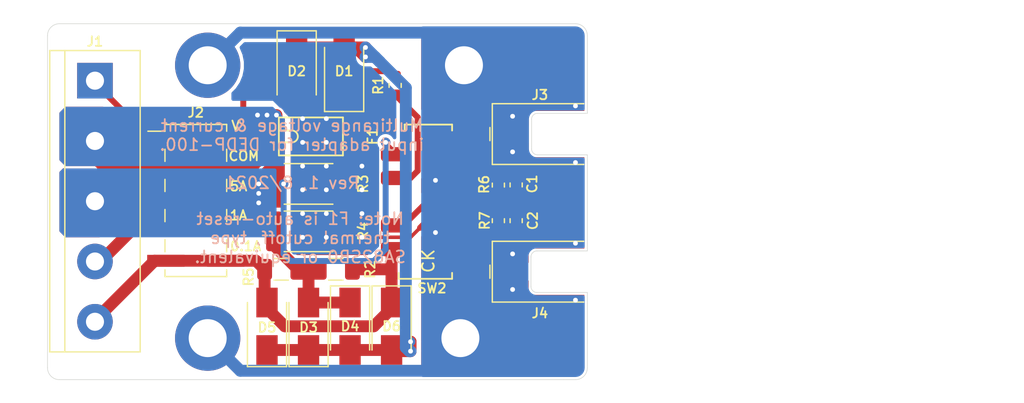
<source format=kicad_pcb>
(kicad_pcb (version 20171130) (host pcbnew 5.1.9-73d0e3b20d~88~ubuntu20.04.1)

  (general
    (thickness 1.6)
    (drawings 30)
    (tracks 191)
    (zones 0)
    (modules 25)
    (nets 13)
  )

  (page A4)
  (layers
    (0 F.Cu signal)
    (31 B.Cu signal)
    (32 B.Adhes user)
    (33 F.Adhes user)
    (34 B.Paste user)
    (35 F.Paste user)
    (36 B.SilkS user)
    (37 F.SilkS user)
    (38 B.Mask user)
    (39 F.Mask user)
    (40 Dwgs.User user)
    (41 Cmts.User user)
    (42 Eco1.User user)
    (43 Eco2.User user)
    (44 Edge.Cuts user)
    (45 Margin user)
    (46 B.CrtYd user)
    (47 F.CrtYd user)
    (48 B.Fab user)
    (49 F.Fab user)
  )

  (setup
    (last_trace_width 0.5)
    (user_trace_width 0.3)
    (user_trace_width 0.4)
    (user_trace_width 0.5)
    (user_trace_width 1)
    (user_trace_width 2)
    (user_trace_width 3)
    (user_trace_width 4)
    (user_trace_width 5)
    (trace_clearance 0.2)
    (zone_clearance 0.3)
    (zone_45_only no)
    (trace_min 0.2)
    (via_size 0.8)
    (via_drill 0.4)
    (via_min_size 0.4)
    (via_min_drill 0.3)
    (uvia_size 0.3)
    (uvia_drill 0.1)
    (uvias_allowed no)
    (uvia_min_size 0.2)
    (uvia_min_drill 0.1)
    (edge_width 0.05)
    (segment_width 0.2)
    (pcb_text_width 0.3)
    (pcb_text_size 1.5 1.5)
    (mod_edge_width 0.12)
    (mod_text_size 1 1)
    (mod_text_width 0.15)
    (pad_size 1.524 1.524)
    (pad_drill 0.762)
    (pad_to_mask_clearance 0)
    (aux_axis_origin 0 0)
    (visible_elements FFFFFF7F)
    (pcbplotparams
      (layerselection 0x010fc_ffffffff)
      (usegerberextensions false)
      (usegerberattributes true)
      (usegerberadvancedattributes true)
      (creategerberjobfile true)
      (excludeedgelayer true)
      (linewidth 0.100000)
      (plotframeref false)
      (viasonmask false)
      (mode 1)
      (useauxorigin false)
      (hpglpennumber 1)
      (hpglpenspeed 20)
      (hpglpendiameter 15.000000)
      (psnegative false)
      (psa4output false)
      (plotreference true)
      (plotvalue true)
      (plotinvisibletext false)
      (padsonsilk false)
      (subtractmaskfromsilk false)
      (outputformat 1)
      (mirror false)
      (drillshape 1)
      (scaleselection 1)
      (outputdirectory ""))
  )

  (net 0 "")
  (net 1 "Net-(D1-Pad2)")
  (net 2 /I_1A)
  (net 3 /I_100mA)
  (net 4 /COMMON)
  (net 5 /V_IN)
  (net 6 "Net-(R1-Pad1)")
  (net 7 /SENSE+)
  (net 8 /OUT+)
  (net 9 /SENSE-)
  (net 10 /OUT-)
  (net 11 GND)
  (net 12 /I_5A)

  (net_class Default "This is the default net class."
    (clearance 0.2)
    (trace_width 0.25)
    (via_dia 0.8)
    (via_drill 0.4)
    (uvia_dia 0.3)
    (uvia_drill 0.1)
    (add_net /COMMON)
    (add_net /I_100mA)
    (add_net /I_1A)
    (add_net /I_5A)
    (add_net /OUT+)
    (add_net /OUT-)
    (add_net /SENSE+)
    (add_net /SENSE-)
    (add_net /V_IN)
    (add_net GND)
    (add_net "Net-(D1-Pad2)")
    (add_net "Net-(R1-Pad1)")
  )

  (module oscilloscope-probes:MMCX_Molex_73415-0961_Horizontal_1.6mm-PCB (layer F.Cu) (tedit 611E2458) (tstamp 611C08C2)
    (at 114 108.9 180)
    (descr "Molex MMCX Horizontal Coaxial https://www.molex.com/pdm_docs/sd/734150961_sd.pdf")
    (tags "Molex MMCX Horizontal Coaxial")
    (path /6121BE10)
    (attr smd)
    (fp_text reference J4 (at 0 -3.5) (layer F.SilkS)
      (effects (font (size 0.8 0.8) (thickness 0.15)))
    )
    (fp_text value MMCX_plug (at 0 3.5) (layer F.Fab)
      (effects (font (size 1 1) (thickness 0.15)))
    )
    (fp_text user %R (at -1.55 0) (layer F.Fab)
      (effects (font (size 0.8 0.8) (thickness 0.15)))
    )
    (fp_text user "PCB edge" (at -3.35 0 90) (layer Dwgs.User)
      (effects (font (size 0.4 0.4) (thickness 0.06)))
    )
    (fp_line (start -4.25 -2.8) (end 4.25 -2.8) (layer F.CrtYd) (width 0.05))
    (fp_line (start -4.25 2.8) (end 4.25 2.8) (layer F.CrtYd) (width 0.05))
    (fp_line (start 4.25 -2.8) (end 4.25 2.8) (layer F.CrtYd) (width 0.05))
    (fp_line (start -4.25 -2.8) (end -4.25 2.8) (layer F.CrtYd) (width 0.05))
    (fp_line (start 4.21 -0.55) (end 4.21 0.55) (layer F.SilkS) (width 0.12))
    (fp_line (start 3.68 -0.5) (end 3.68 -2.25) (layer F.Fab) (width 0.1))
    (fp_line (start -3.69 2.56) (end 4.01 2.56) (layer F.SilkS) (width 0.12))
    (fp_line (start 4.01 2.56) (end 4.01 -2.56) (layer F.SilkS) (width 0.12))
    (fp_line (start -3.69 -2.56) (end 4.01 -2.56) (layer F.SilkS) (width 0.12))
    (fp_line (start -3.75 1.75) (end -3.75 -1.75) (layer Dwgs.User) (width 0.1))
    (fp_line (start -3.75 2.25) (end 3.68 2.25) (layer F.Fab) (width 0.1))
    (fp_line (start 3.68 2.25) (end 3.68 0.5) (layer F.Fab) (width 0.1))
    (fp_line (start 3.18 0) (end 3.68 0.5) (layer F.Fab) (width 0.1))
    (fp_line (start -3.75 -2.25) (end -3.75 2.25) (layer F.Fab) (width 0.1))
    (fp_line (start -3.75 -2.25) (end 3.68 -2.25) (layer F.Fab) (width 0.1))
    (fp_line (start 3.18 0) (end 3.68 -0.5) (layer F.Fab) (width 0.1))
    (fp_line (start -3.75 1.75) (end 0.75 1.75) (layer Eco2.User) (width 0.01))
    (fp_line (start 0.75 1.75) (end 0.75 -1.75) (layer Eco2.User) (width 0.01))
    (fp_line (start 0.75 -1.75) (end -3.75 -1.75) (layer Eco2.User) (width 0.01))
    (pad 2 smd custom (at 2.35 1.525 180) (size 2.8 1.55) (layers F.Cu F.Paste F.Mask)
      (net 11 GND) (zone_connect 0)
      (options (clearance outline) (anchor rect))
      (primitives
        (gr_poly (pts
           (xy -6.1 0.425) (xy -6.1 0.775) (xy -1.4 0.775) (xy -1.4 0.425)) (width 0))
      ))
    (pad 2 smd custom (at 2.35 -1.525 180) (size 2.8 1.55) (layers F.Cu F.Paste F.Mask)
      (net 11 GND) (zone_connect 0)
      (options (clearance outline) (anchor rect))
      (primitives
        (gr_poly (pts
           (xy -6.1 -0.775) (xy -6.1 -0.425) (xy -1.4 -0.425) (xy -1.4 -0.775)) (width 0))
      ))
    (pad 1 smd rect (at 2.45 0 180) (size 2.6 1.1) (layers F.Cu F.Paste F.Mask)
      (net 10 /OUT-))
    (model ${KISYS3DMOD}/Connector_Coaxial.3dshapes/MMCX_Molex_73415-0961_Horizontal.wrl
      (at (xyz 0 0 0))
      (scale (xyz 1 1 1))
      (rotate (xyz 0 0 0))
    )
  )

  (module oscilloscope-probes:MMCX_Molex_73415-0961_Horizontal_1.6mm-PCB (layer F.Cu) (tedit 611E2458) (tstamp 611C0913)
    (at 114 97.3 180)
    (descr "Molex MMCX Horizontal Coaxial https://www.molex.com/pdm_docs/sd/734150961_sd.pdf")
    (tags "Molex MMCX Horizontal Coaxial")
    (path /611BBAA3)
    (attr smd)
    (fp_text reference J3 (at 0 3.3) (layer F.SilkS)
      (effects (font (size 0.8 0.8) (thickness 0.15)))
    )
    (fp_text value MMCX_plug (at 0 3.5) (layer F.Fab)
      (effects (font (size 1 1) (thickness 0.15)))
    )
    (fp_text user %R (at -1.55 0) (layer F.Fab)
      (effects (font (size 0.8 0.8) (thickness 0.15)))
    )
    (fp_text user "PCB edge" (at -3.35 0 90) (layer Dwgs.User)
      (effects (font (size 0.4 0.4) (thickness 0.06)))
    )
    (fp_line (start -4.25 -2.8) (end 4.25 -2.8) (layer F.CrtYd) (width 0.05))
    (fp_line (start -4.25 2.8) (end 4.25 2.8) (layer F.CrtYd) (width 0.05))
    (fp_line (start 4.25 -2.8) (end 4.25 2.8) (layer F.CrtYd) (width 0.05))
    (fp_line (start -4.25 -2.8) (end -4.25 2.8) (layer F.CrtYd) (width 0.05))
    (fp_line (start 4.21 -0.55) (end 4.21 0.55) (layer F.SilkS) (width 0.12))
    (fp_line (start 3.68 -0.5) (end 3.68 -2.25) (layer F.Fab) (width 0.1))
    (fp_line (start -3.69 2.56) (end 4.01 2.56) (layer F.SilkS) (width 0.12))
    (fp_line (start 4.01 2.56) (end 4.01 -2.56) (layer F.SilkS) (width 0.12))
    (fp_line (start -3.69 -2.56) (end 4.01 -2.56) (layer F.SilkS) (width 0.12))
    (fp_line (start -3.75 1.75) (end -3.75 -1.75) (layer Dwgs.User) (width 0.1))
    (fp_line (start -3.75 2.25) (end 3.68 2.25) (layer F.Fab) (width 0.1))
    (fp_line (start 3.68 2.25) (end 3.68 0.5) (layer F.Fab) (width 0.1))
    (fp_line (start 3.18 0) (end 3.68 0.5) (layer F.Fab) (width 0.1))
    (fp_line (start -3.75 -2.25) (end -3.75 2.25) (layer F.Fab) (width 0.1))
    (fp_line (start -3.75 -2.25) (end 3.68 -2.25) (layer F.Fab) (width 0.1))
    (fp_line (start 3.18 0) (end 3.68 -0.5) (layer F.Fab) (width 0.1))
    (fp_line (start -3.75 1.75) (end 0.75 1.75) (layer Eco2.User) (width 0.01))
    (fp_line (start 0.75 1.75) (end 0.75 -1.75) (layer Eco2.User) (width 0.01))
    (fp_line (start 0.75 -1.75) (end -3.75 -1.75) (layer Eco2.User) (width 0.01))
    (pad 2 smd custom (at 2.35 1.525 180) (size 2.8 1.55) (layers F.Cu F.Paste F.Mask)
      (net 11 GND) (zone_connect 0)
      (options (clearance outline) (anchor rect))
      (primitives
        (gr_poly (pts
           (xy -6.1 0.425) (xy -6.1 0.775) (xy -1.4 0.775) (xy -1.4 0.425)) (width 0))
      ))
    (pad 2 smd custom (at 2.35 -1.525 180) (size 2.8 1.55) (layers F.Cu F.Paste F.Mask)
      (net 11 GND) (zone_connect 0)
      (options (clearance outline) (anchor rect))
      (primitives
        (gr_poly (pts
           (xy -6.1 -0.775) (xy -6.1 -0.425) (xy -1.4 -0.425) (xy -1.4 -0.775)) (width 0))
      ))
    (pad 1 smd rect (at 2.45 0 180) (size 2.6 1.1) (layers F.Cu F.Paste F.Mask)
      (net 8 /OUT+))
    (model ${KISYS3DMOD}/Connector_Coaxial.3dshapes/MMCX_Molex_73415-0961_Horizontal.wrl
      (at (xyz 0 0 0))
      (scale (xyz 1 1 1))
      (rotate (xyz 0 0 0))
    )
  )

  (module Capacitor_SMD:C_0603_1608Metric (layer F.Cu) (tedit 5B301BBE) (tstamp 611BE9C2)
    (at 112 104.6 90)
    (descr "Capacitor SMD 0603 (1608 Metric), square (rectangular) end terminal, IPC_7351 nominal, (Body size source: http://www.tortai-tech.com/upload/download/2011102023233369053.pdf), generated with kicad-footprint-generator")
    (tags capacitor)
    (path /611C33B7)
    (attr smd)
    (fp_text reference C2 (at 0 1.4 90) (layer F.SilkS)
      (effects (font (size 0.8 0.8) (thickness 0.15)))
    )
    (fp_text value 2pF (at 0 1.43 90) (layer F.Fab)
      (effects (font (size 1 1) (thickness 0.15)))
    )
    (fp_text user %R (at 0 0 90) (layer F.Fab)
      (effects (font (size 0.8 0.8) (thickness 0.15)))
    )
    (fp_line (start -0.8 0.4) (end -0.8 -0.4) (layer F.Fab) (width 0.1))
    (fp_line (start -0.8 -0.4) (end 0.8 -0.4) (layer F.Fab) (width 0.1))
    (fp_line (start 0.8 -0.4) (end 0.8 0.4) (layer F.Fab) (width 0.1))
    (fp_line (start 0.8 0.4) (end -0.8 0.4) (layer F.Fab) (width 0.1))
    (fp_line (start -0.162779 -0.51) (end 0.162779 -0.51) (layer F.SilkS) (width 0.12))
    (fp_line (start -0.162779 0.51) (end 0.162779 0.51) (layer F.SilkS) (width 0.12))
    (fp_line (start -1.48 0.73) (end -1.48 -0.73) (layer F.CrtYd) (width 0.05))
    (fp_line (start -1.48 -0.73) (end 1.48 -0.73) (layer F.CrtYd) (width 0.05))
    (fp_line (start 1.48 -0.73) (end 1.48 0.73) (layer F.CrtYd) (width 0.05))
    (fp_line (start 1.48 0.73) (end -1.48 0.73) (layer F.CrtYd) (width 0.05))
    (pad 2 smd roundrect (at 0.7875 0 90) (size 0.875 0.95) (layers F.Cu F.Paste F.Mask) (roundrect_rratio 0.25)
      (net 9 /SENSE-))
    (pad 1 smd roundrect (at -0.7875 0 90) (size 0.875 0.95) (layers F.Cu F.Paste F.Mask) (roundrect_rratio 0.25)
      (net 10 /OUT-))
    (model ${KISYS3DMOD}/Capacitor_SMD.3dshapes/C_0603_1608Metric.wrl
      (at (xyz 0 0 0))
      (scale (xyz 1 1 1))
      (rotate (xyz 0 0 0))
    )
  )

  (module Capacitor_SMD:C_0603_1608Metric (layer F.Cu) (tedit 5B301BBE) (tstamp 611BE9B1)
    (at 112 101.5875 270)
    (descr "Capacitor SMD 0603 (1608 Metric), square (rectangular) end terminal, IPC_7351 nominal, (Body size source: http://www.tortai-tech.com/upload/download/2011102023233369053.pdf), generated with kicad-footprint-generator")
    (tags capacitor)
    (path /611B9E9C)
    (attr smd)
    (fp_text reference C1 (at -0.0875 -1.35 90) (layer F.SilkS)
      (effects (font (size 0.8 0.8) (thickness 0.15)))
    )
    (fp_text value 2pF (at 0 1.43 90) (layer F.Fab)
      (effects (font (size 1 1) (thickness 0.15)))
    )
    (fp_text user %R (at 0 0 90) (layer F.Fab)
      (effects (font (size 0.8 0.8) (thickness 0.15)))
    )
    (fp_line (start -0.8 0.4) (end -0.8 -0.4) (layer F.Fab) (width 0.1))
    (fp_line (start -0.8 -0.4) (end 0.8 -0.4) (layer F.Fab) (width 0.1))
    (fp_line (start 0.8 -0.4) (end 0.8 0.4) (layer F.Fab) (width 0.1))
    (fp_line (start 0.8 0.4) (end -0.8 0.4) (layer F.Fab) (width 0.1))
    (fp_line (start -0.162779 -0.51) (end 0.162779 -0.51) (layer F.SilkS) (width 0.12))
    (fp_line (start -0.162779 0.51) (end 0.162779 0.51) (layer F.SilkS) (width 0.12))
    (fp_line (start -1.48 0.73) (end -1.48 -0.73) (layer F.CrtYd) (width 0.05))
    (fp_line (start -1.48 -0.73) (end 1.48 -0.73) (layer F.CrtYd) (width 0.05))
    (fp_line (start 1.48 -0.73) (end 1.48 0.73) (layer F.CrtYd) (width 0.05))
    (fp_line (start 1.48 0.73) (end -1.48 0.73) (layer F.CrtYd) (width 0.05))
    (pad 2 smd roundrect (at 0.7875 0 270) (size 0.875 0.95) (layers F.Cu F.Paste F.Mask) (roundrect_rratio 0.25)
      (net 7 /SENSE+))
    (pad 1 smd roundrect (at -0.7875 0 270) (size 0.875 0.95) (layers F.Cu F.Paste F.Mask) (roundrect_rratio 0.25)
      (net 8 /OUT+))
    (model ${KISYS3DMOD}/Capacitor_SMD.3dshapes/C_0603_1608Metric.wrl
      (at (xyz 0 0 0))
      (scale (xyz 1 1 1))
      (rotate (xyz 0 0 0))
    )
  )

  (module Resistor_SMD:R_0603_1608Metric (layer F.Cu) (tedit 5B301BBD) (tstamp 611BEB71)
    (at 110.5 104.6 90)
    (descr "Resistor SMD 0603 (1608 Metric), square (rectangular) end terminal, IPC_7351 nominal, (Body size source: http://www.tortai-tech.com/upload/download/2011102023233369053.pdf), generated with kicad-footprint-generator")
    (tags resistor)
    (path /611C32D9)
    (attr smd)
    (fp_text reference R7 (at 0 -1.15 90) (layer F.SilkS)
      (effects (font (size 0.8 0.8) (thickness 0.15)))
    )
    (fp_text value 4.53M (at 0 1.43 90) (layer F.Fab)
      (effects (font (size 1 1) (thickness 0.15)))
    )
    (fp_text user %R (at 0 0 90) (layer F.Fab)
      (effects (font (size 0.8 0.8) (thickness 0.15)))
    )
    (fp_line (start -0.8 0.4) (end -0.8 -0.4) (layer F.Fab) (width 0.1))
    (fp_line (start -0.8 -0.4) (end 0.8 -0.4) (layer F.Fab) (width 0.1))
    (fp_line (start 0.8 -0.4) (end 0.8 0.4) (layer F.Fab) (width 0.1))
    (fp_line (start 0.8 0.4) (end -0.8 0.4) (layer F.Fab) (width 0.1))
    (fp_line (start -0.162779 -0.51) (end 0.162779 -0.51) (layer F.SilkS) (width 0.12))
    (fp_line (start -0.162779 0.51) (end 0.162779 0.51) (layer F.SilkS) (width 0.12))
    (fp_line (start -1.48 0.73) (end -1.48 -0.73) (layer F.CrtYd) (width 0.05))
    (fp_line (start -1.48 -0.73) (end 1.48 -0.73) (layer F.CrtYd) (width 0.05))
    (fp_line (start 1.48 -0.73) (end 1.48 0.73) (layer F.CrtYd) (width 0.05))
    (fp_line (start 1.48 0.73) (end -1.48 0.73) (layer F.CrtYd) (width 0.05))
    (pad 2 smd roundrect (at 0.7875 0 90) (size 0.875 0.95) (layers F.Cu F.Paste F.Mask) (roundrect_rratio 0.25)
      (net 9 /SENSE-))
    (pad 1 smd roundrect (at -0.7875 0 90) (size 0.875 0.95) (layers F.Cu F.Paste F.Mask) (roundrect_rratio 0.25)
      (net 10 /OUT-))
    (model ${KISYS3DMOD}/Resistor_SMD.3dshapes/R_0603_1608Metric.wrl
      (at (xyz 0 0 0))
      (scale (xyz 1 1 1))
      (rotate (xyz 0 0 0))
    )
  )

  (module Resistor_SMD:R_0603_1608Metric (layer F.Cu) (tedit 5B301BBD) (tstamp 611BEB60)
    (at 110.5 101.6 270)
    (descr "Resistor SMD 0603 (1608 Metric), square (rectangular) end terminal, IPC_7351 nominal, (Body size source: http://www.tortai-tech.com/upload/download/2011102023233369053.pdf), generated with kicad-footprint-generator")
    (tags resistor)
    (path /611B99AD)
    (attr smd)
    (fp_text reference R6 (at -0.05 1.2 90) (layer F.SilkS)
      (effects (font (size 0.8 0.8) (thickness 0.15)))
    )
    (fp_text value 4.53M (at 0 1.43 90) (layer F.Fab)
      (effects (font (size 1 1) (thickness 0.15)))
    )
    (fp_text user %R (at 0 0 90) (layer F.Fab)
      (effects (font (size 0.8 0.8) (thickness 0.15)))
    )
    (fp_line (start -0.8 0.4) (end -0.8 -0.4) (layer F.Fab) (width 0.1))
    (fp_line (start -0.8 -0.4) (end 0.8 -0.4) (layer F.Fab) (width 0.1))
    (fp_line (start 0.8 -0.4) (end 0.8 0.4) (layer F.Fab) (width 0.1))
    (fp_line (start 0.8 0.4) (end -0.8 0.4) (layer F.Fab) (width 0.1))
    (fp_line (start -0.162779 -0.51) (end 0.162779 -0.51) (layer F.SilkS) (width 0.12))
    (fp_line (start -0.162779 0.51) (end 0.162779 0.51) (layer F.SilkS) (width 0.12))
    (fp_line (start -1.48 0.73) (end -1.48 -0.73) (layer F.CrtYd) (width 0.05))
    (fp_line (start -1.48 -0.73) (end 1.48 -0.73) (layer F.CrtYd) (width 0.05))
    (fp_line (start 1.48 -0.73) (end 1.48 0.73) (layer F.CrtYd) (width 0.05))
    (fp_line (start 1.48 0.73) (end -1.48 0.73) (layer F.CrtYd) (width 0.05))
    (pad 2 smd roundrect (at 0.7875 0 270) (size 0.875 0.95) (layers F.Cu F.Paste F.Mask) (roundrect_rratio 0.25)
      (net 7 /SENSE+))
    (pad 1 smd roundrect (at -0.7875 0 270) (size 0.875 0.95) (layers F.Cu F.Paste F.Mask) (roundrect_rratio 0.25)
      (net 8 /OUT+))
    (model ${KISYS3DMOD}/Resistor_SMD.3dshapes/R_0603_1608Metric.wrl
      (at (xyz 0 0 0))
      (scale (xyz 1 1 1))
      (rotate (xyz 0 0 0))
    )
  )

  (module Resistor_SMD:R_0603_1608Metric (layer F.Cu) (tedit 5B301BBD) (tstamp 611BEF90)
    (at 101.8 93.2 90)
    (descr "Resistor SMD 0603 (1608 Metric), square (rectangular) end terminal, IPC_7351 nominal, (Body size source: http://www.tortai-tech.com/upload/download/2011102023233369053.pdf), generated with kicad-footprint-generator")
    (tags resistor)
    (path /6123092F)
    (attr smd)
    (fp_text reference R1 (at 0 -1.43 90) (layer F.SilkS)
      (effects (font (size 0.8 0.8) (thickness 0.15)))
    )
    (fp_text value 100 (at 0 1.43 90) (layer F.Fab)
      (effects (font (size 1 1) (thickness 0.15)))
    )
    (fp_text user %R (at 0 0 90) (layer F.Fab)
      (effects (font (size 0.8 0.8) (thickness 0.15)))
    )
    (fp_line (start -0.8 0.4) (end -0.8 -0.4) (layer F.Fab) (width 0.1))
    (fp_line (start -0.8 -0.4) (end 0.8 -0.4) (layer F.Fab) (width 0.1))
    (fp_line (start 0.8 -0.4) (end 0.8 0.4) (layer F.Fab) (width 0.1))
    (fp_line (start 0.8 0.4) (end -0.8 0.4) (layer F.Fab) (width 0.1))
    (fp_line (start -0.162779 -0.51) (end 0.162779 -0.51) (layer F.SilkS) (width 0.12))
    (fp_line (start -0.162779 0.51) (end 0.162779 0.51) (layer F.SilkS) (width 0.12))
    (fp_line (start -1.48 0.73) (end -1.48 -0.73) (layer F.CrtYd) (width 0.05))
    (fp_line (start -1.48 -0.73) (end 1.48 -0.73) (layer F.CrtYd) (width 0.05))
    (fp_line (start 1.48 -0.73) (end 1.48 0.73) (layer F.CrtYd) (width 0.05))
    (fp_line (start 1.48 0.73) (end -1.48 0.73) (layer F.CrtYd) (width 0.05))
    (pad 2 smd roundrect (at 0.7875 0 90) (size 0.875 0.95) (layers F.Cu F.Paste F.Mask) (roundrect_rratio 0.25)
      (net 5 /V_IN))
    (pad 1 smd roundrect (at -0.7875 0 90) (size 0.875 0.95) (layers F.Cu F.Paste F.Mask) (roundrect_rratio 0.25)
      (net 6 "Net-(R1-Pad1)"))
    (model ${KISYS3DMOD}/Resistor_SMD.3dshapes/R_0603_1608Metric.wrl
      (at (xyz 0 0 0))
      (scale (xyz 1 1 1))
      (rotate (xyz 0 0 0))
    )
  )

  (module Connector_PinHeader_2.54mm:PinHeader_2x05_P2.54mm_Vertical_SMD (layer F.Cu) (tedit 59FED5CC) (tstamp 611CE3EB)
    (at 85 102.9)
    (descr "surface-mounted straight pin header, 2x05, 2.54mm pitch, double rows")
    (tags "Surface mounted pin header SMD 2x05 2.54mm double row")
    (path /611DBDF9)
    (attr smd)
    (fp_text reference J2 (at 0 -7.41) (layer F.SilkS)
      (effects (font (size 0.8 0.8) (thickness 0.15)))
    )
    (fp_text value "Pin header" (at 0 7.41) (layer F.Fab)
      (effects (font (size 1 1) (thickness 0.15)))
    )
    (fp_text user %R (at 0 0 90) (layer F.Fab)
      (effects (font (size 0.8 0.8) (thickness 0.15)))
    )
    (fp_line (start 2.54 6.35) (end -2.54 6.35) (layer F.Fab) (width 0.1))
    (fp_line (start -1.59 -6.35) (end 2.54 -6.35) (layer F.Fab) (width 0.1))
    (fp_line (start -2.54 6.35) (end -2.54 -5.4) (layer F.Fab) (width 0.1))
    (fp_line (start -2.54 -5.4) (end -1.59 -6.35) (layer F.Fab) (width 0.1))
    (fp_line (start 2.54 -6.35) (end 2.54 6.35) (layer F.Fab) (width 0.1))
    (fp_line (start -2.54 -5.4) (end -3.6 -5.4) (layer F.Fab) (width 0.1))
    (fp_line (start -3.6 -5.4) (end -3.6 -4.76) (layer F.Fab) (width 0.1))
    (fp_line (start -3.6 -4.76) (end -2.54 -4.76) (layer F.Fab) (width 0.1))
    (fp_line (start 2.54 -5.4) (end 3.6 -5.4) (layer F.Fab) (width 0.1))
    (fp_line (start 3.6 -5.4) (end 3.6 -4.76) (layer F.Fab) (width 0.1))
    (fp_line (start 3.6 -4.76) (end 2.54 -4.76) (layer F.Fab) (width 0.1))
    (fp_line (start -2.54 -2.86) (end -3.6 -2.86) (layer F.Fab) (width 0.1))
    (fp_line (start -3.6 -2.86) (end -3.6 -2.22) (layer F.Fab) (width 0.1))
    (fp_line (start -3.6 -2.22) (end -2.54 -2.22) (layer F.Fab) (width 0.1))
    (fp_line (start 2.54 -2.86) (end 3.6 -2.86) (layer F.Fab) (width 0.1))
    (fp_line (start 3.6 -2.86) (end 3.6 -2.22) (layer F.Fab) (width 0.1))
    (fp_line (start 3.6 -2.22) (end 2.54 -2.22) (layer F.Fab) (width 0.1))
    (fp_line (start -2.54 -0.32) (end -3.6 -0.32) (layer F.Fab) (width 0.1))
    (fp_line (start -3.6 -0.32) (end -3.6 0.32) (layer F.Fab) (width 0.1))
    (fp_line (start -3.6 0.32) (end -2.54 0.32) (layer F.Fab) (width 0.1))
    (fp_line (start 2.54 -0.32) (end 3.6 -0.32) (layer F.Fab) (width 0.1))
    (fp_line (start 3.6 -0.32) (end 3.6 0.32) (layer F.Fab) (width 0.1))
    (fp_line (start 3.6 0.32) (end 2.54 0.32) (layer F.Fab) (width 0.1))
    (fp_line (start -2.54 2.22) (end -3.6 2.22) (layer F.Fab) (width 0.1))
    (fp_line (start -3.6 2.22) (end -3.6 2.86) (layer F.Fab) (width 0.1))
    (fp_line (start -3.6 2.86) (end -2.54 2.86) (layer F.Fab) (width 0.1))
    (fp_line (start 2.54 2.22) (end 3.6 2.22) (layer F.Fab) (width 0.1))
    (fp_line (start 3.6 2.22) (end 3.6 2.86) (layer F.Fab) (width 0.1))
    (fp_line (start 3.6 2.86) (end 2.54 2.86) (layer F.Fab) (width 0.1))
    (fp_line (start -2.54 4.76) (end -3.6 4.76) (layer F.Fab) (width 0.1))
    (fp_line (start -3.6 4.76) (end -3.6 5.4) (layer F.Fab) (width 0.1))
    (fp_line (start -3.6 5.4) (end -2.54 5.4) (layer F.Fab) (width 0.1))
    (fp_line (start 2.54 4.76) (end 3.6 4.76) (layer F.Fab) (width 0.1))
    (fp_line (start 3.6 4.76) (end 3.6 5.4) (layer F.Fab) (width 0.1))
    (fp_line (start 3.6 5.4) (end 2.54 5.4) (layer F.Fab) (width 0.1))
    (fp_line (start -2.6 -6.41) (end 2.6 -6.41) (layer F.SilkS) (width 0.12))
    (fp_line (start -2.6 6.41) (end 2.6 6.41) (layer F.SilkS) (width 0.12))
    (fp_line (start -4.04 -5.84) (end -2.6 -5.84) (layer F.SilkS) (width 0.12))
    (fp_line (start -2.6 -6.41) (end -2.6 -5.84) (layer F.SilkS) (width 0.12))
    (fp_line (start 2.6 -6.41) (end 2.6 -5.84) (layer F.SilkS) (width 0.12))
    (fp_line (start -2.6 5.84) (end -2.6 6.41) (layer F.SilkS) (width 0.12))
    (fp_line (start 2.6 5.84) (end 2.6 6.41) (layer F.SilkS) (width 0.12))
    (fp_line (start -2.6 -4.32) (end -2.6 -3.3) (layer F.SilkS) (width 0.12))
    (fp_line (start 2.6 -4.32) (end 2.6 -3.3) (layer F.SilkS) (width 0.12))
    (fp_line (start -2.6 -1.78) (end -2.6 -0.76) (layer F.SilkS) (width 0.12))
    (fp_line (start 2.6 -1.78) (end 2.6 -0.76) (layer F.SilkS) (width 0.12))
    (fp_line (start -2.6 0.76) (end -2.6 1.78) (layer F.SilkS) (width 0.12))
    (fp_line (start 2.6 0.76) (end 2.6 1.78) (layer F.SilkS) (width 0.12))
    (fp_line (start -2.6 3.3) (end -2.6 4.32) (layer F.SilkS) (width 0.12))
    (fp_line (start 2.6 3.3) (end 2.6 4.32) (layer F.SilkS) (width 0.12))
    (fp_line (start -5.9 -6.85) (end -5.9 6.85) (layer F.CrtYd) (width 0.05))
    (fp_line (start -5.9 6.85) (end 5.9 6.85) (layer F.CrtYd) (width 0.05))
    (fp_line (start 5.9 6.85) (end 5.9 -6.85) (layer F.CrtYd) (width 0.05))
    (fp_line (start 5.9 -6.85) (end -5.9 -6.85) (layer F.CrtYd) (width 0.05))
    (pad 10 smd rect (at 2.525 5.08) (size 3.15 1) (layers F.Cu F.Paste F.Mask)
      (net 3 /I_100mA))
    (pad 9 smd rect (at -2.525 5.08) (size 3.15 1) (layers F.Cu F.Paste F.Mask)
      (net 3 /I_100mA))
    (pad 8 smd rect (at 2.525 2.54) (size 3.15 1) (layers F.Cu F.Paste F.Mask)
      (net 2 /I_1A))
    (pad 7 smd rect (at -2.525 2.54) (size 3.15 1) (layers F.Cu F.Paste F.Mask)
      (net 2 /I_1A))
    (pad 6 smd rect (at 2.525 0) (size 3.15 1) (layers F.Cu F.Paste F.Mask)
      (net 12 /I_5A))
    (pad 5 smd rect (at -2.525 0) (size 3.15 1) (layers F.Cu F.Paste F.Mask)
      (net 12 /I_5A))
    (pad 4 smd rect (at 2.525 -2.54) (size 3.15 1) (layers F.Cu F.Paste F.Mask)
      (net 4 /COMMON))
    (pad 3 smd rect (at -2.525 -2.54) (size 3.15 1) (layers F.Cu F.Paste F.Mask)
      (net 4 /COMMON))
    (pad 2 smd rect (at 2.525 -5.08) (size 3.15 1) (layers F.Cu F.Paste F.Mask)
      (net 5 /V_IN))
    (pad 1 smd rect (at -2.525 -5.08) (size 3.15 1) (layers F.Cu F.Paste F.Mask)
      (net 5 /V_IN))
    (model ${KISYS3DMOD}/Connector_PinHeader_2.54mm.3dshapes/PinHeader_2x05_P2.54mm_Vertical_SMD.wrl
      (at (xyz 0 0 0))
      (scale (xyz 1 1 1))
      (rotate (xyz 0 0 0))
    )
  )

  (module MountingHole:MountingHole_3.2mm_M3_ISO14580_Pad (layer F.Cu) (tedit 56D1B4CB) (tstamp 611CAA3E)
    (at 107.3 114.5)
    (descr "Mounting Hole 3.2mm, M3, ISO14580")
    (tags "mounting hole 3.2mm m3 iso14580")
    (path /61277A49)
    (attr virtual)
    (fp_text reference H4 (at 0 -3.75) (layer F.SilkS) hide
      (effects (font (size 0.8 0.8) (thickness 0.15)))
    )
    (fp_text value M3 (at 0 3.75) (layer F.Fab)
      (effects (font (size 1 1) (thickness 0.15)))
    )
    (fp_text user %R (at 0.3 0) (layer F.Fab)
      (effects (font (size 0.8 0.8) (thickness 0.15)))
    )
    (fp_circle (center 0 0) (end 2.75 0) (layer Cmts.User) (width 0.15))
    (fp_circle (center 0 0) (end 3 0) (layer F.CrtYd) (width 0.05))
    (pad 1 thru_hole circle (at 0 0) (size 5.5 5.5) (drill 3.2) (layers *.Cu *.Mask)
      (net 11 GND))
  )

  (module MountingHole:MountingHole_3.2mm_M3_ISO14580_Pad (layer F.Cu) (tedit 56D1B4CB) (tstamp 611CAA36)
    (at 107.6 91.5)
    (descr "Mounting Hole 3.2mm, M3, ISO14580")
    (tags "mounting hole 3.2mm m3 iso14580")
    (path /61277765)
    (attr virtual)
    (fp_text reference H3 (at 0 -3.75) (layer F.SilkS) hide
      (effects (font (size 0.8 0.8) (thickness 0.15)))
    )
    (fp_text value M3 (at 0 3.75) (layer F.Fab)
      (effects (font (size 1 1) (thickness 0.15)))
    )
    (fp_text user %R (at 0.3 0) (layer F.Fab)
      (effects (font (size 0.8 0.8) (thickness 0.15)))
    )
    (fp_circle (center 0 0) (end 2.75 0) (layer Cmts.User) (width 0.15))
    (fp_circle (center 0 0) (end 3 0) (layer F.CrtYd) (width 0.05))
    (pad 1 thru_hole circle (at 0 0) (size 5.5 5.5) (drill 3.2) (layers *.Cu *.Mask)
      (net 11 GND))
  )

  (module MountingHole:MountingHole_3.2mm_M3_ISO14580_Pad (layer F.Cu) (tedit 56D1B4CB) (tstamp 611CAA2E)
    (at 86 114.5)
    (descr "Mounting Hole 3.2mm, M3, ISO14580")
    (tags "mounting hole 3.2mm m3 iso14580")
    (path /6127756A)
    (attr virtual)
    (fp_text reference H2 (at 0 -3.75) (layer F.SilkS) hide
      (effects (font (size 0.8 0.8) (thickness 0.15)))
    )
    (fp_text value M3 (at 0 3.75) (layer F.Fab)
      (effects (font (size 1 1) (thickness 0.15)))
    )
    (fp_text user %R (at 0.3 0) (layer F.Fab)
      (effects (font (size 0.8 0.8) (thickness 0.15)))
    )
    (fp_circle (center 0 0) (end 2.75 0) (layer Cmts.User) (width 0.15))
    (fp_circle (center 0 0) (end 3 0) (layer F.CrtYd) (width 0.05))
    (pad 1 thru_hole circle (at 0 0) (size 5.5 5.5) (drill 3.2) (layers *.Cu *.Mask)
      (net 11 GND))
  )

  (module MountingHole:MountingHole_3.2mm_M3_ISO14580_Pad (layer F.Cu) (tedit 56D1B4CB) (tstamp 611CAA26)
    (at 86 91.5)
    (descr "Mounting Hole 3.2mm, M3, ISO14580")
    (tags "mounting hole 3.2mm m3 iso14580")
    (path /6127712C)
    (attr virtual)
    (fp_text reference H1 (at 0 -3.75) (layer F.SilkS) hide
      (effects (font (size 0.8 0.8) (thickness 0.15)))
    )
    (fp_text value M3 (at 0 3.75) (layer F.Fab)
      (effects (font (size 1 1) (thickness 0.15)))
    )
    (fp_text user %R (at 0.3 0) (layer F.Fab)
      (effects (font (size 0.8 0.8) (thickness 0.15)))
    )
    (fp_circle (center 0 0) (end 2.75 0) (layer Cmts.User) (width 0.15))
    (fp_circle (center 0 0) (end 3 0) (layer F.CrtYd) (width 0.05))
    (pad 1 thru_hole circle (at 0 0) (size 5.5 5.5) (drill 3.2) (layers *.Cu *.Mask)
      (net 11 GND))
  )

  (module Resistor_SMD:R_2512_6332Metric (layer F.Cu) (tedit 5B301BBD) (tstamp 611C1E5E)
    (at 94.5 101.5 180)
    (descr "Resistor SMD 2512 (6332 Metric), square (rectangular) end terminal, IPC_7351 nominal, (Body size source: http://www.tortai-tech.com/upload/download/2011102023233369053.pdf), generated with kicad-footprint-generator")
    (tags resistor)
    (path /61266DD2)
    (attr smd)
    (fp_text reference R3 (at -4.6 0 90) (layer F.SilkS)
      (effects (font (size 0.8 0.8) (thickness 0.15)))
    )
    (fp_text value 0.1 (at 0 2.62) (layer F.Fab)
      (effects (font (size 1 1) (thickness 0.15)))
    )
    (fp_text user %R (at 0 0) (layer F.Fab)
      (effects (font (size 0.8 0.8) (thickness 0.15)))
    )
    (fp_line (start -3.15 1.6) (end -3.15 -1.6) (layer F.Fab) (width 0.1))
    (fp_line (start -3.15 -1.6) (end 3.15 -1.6) (layer F.Fab) (width 0.1))
    (fp_line (start 3.15 -1.6) (end 3.15 1.6) (layer F.Fab) (width 0.1))
    (fp_line (start 3.15 1.6) (end -3.15 1.6) (layer F.Fab) (width 0.1))
    (fp_line (start -2.052064 -1.71) (end 2.052064 -1.71) (layer F.SilkS) (width 0.12))
    (fp_line (start -2.052064 1.71) (end 2.052064 1.71) (layer F.SilkS) (width 0.12))
    (fp_line (start -3.82 1.92) (end -3.82 -1.92) (layer F.CrtYd) (width 0.05))
    (fp_line (start -3.82 -1.92) (end 3.82 -1.92) (layer F.CrtYd) (width 0.05))
    (fp_line (start 3.82 -1.92) (end 3.82 1.92) (layer F.CrtYd) (width 0.05))
    (fp_line (start 3.82 1.92) (end -3.82 1.92) (layer F.CrtYd) (width 0.05))
    (pad 2 smd roundrect (at 2.9 0 180) (size 1.35 3.35) (layers F.Cu F.Paste F.Mask) (roundrect_rratio 0.185185)
      (net 12 /I_5A))
    (pad 1 smd roundrect (at -2.9 0 180) (size 1.35 3.35) (layers F.Cu F.Paste F.Mask) (roundrect_rratio 0.185185)
      (net 9 /SENSE-))
    (model ${KISYS3DMOD}/Resistor_SMD.3dshapes/R_2512_6332Metric.wrl
      (at (xyz 0 0 0))
      (scale (xyz 1 1 1))
      (rotate (xyz 0 0 0))
    )
  )

  (module Resistor_SMD:R_1206_3216Metric (layer F.Cu) (tedit 5B301BBD) (tstamp 611BF9C0)
    (at 92.2 108.7 180)
    (descr "Resistor SMD 1206 (3216 Metric), square (rectangular) end terminal, IPC_7351 nominal, (Body size source: http://www.tortai-tech.com/upload/download/2011102023233369053.pdf), generated with kicad-footprint-generator")
    (tags resistor)
    (path /611D71FC)
    (attr smd)
    (fp_text reference R5 (at 2.75 -0.65 90) (layer F.SilkS)
      (effects (font (size 0.8 0.8) (thickness 0.15)))
    )
    (fp_text value 18 (at 0 1.82) (layer F.Fab)
      (effects (font (size 1 1) (thickness 0.15)))
    )
    (fp_text user %R (at 0 0) (layer F.Fab)
      (effects (font (size 0.8 0.8) (thickness 0.15)))
    )
    (fp_line (start -1.6 0.8) (end -1.6 -0.8) (layer F.Fab) (width 0.1))
    (fp_line (start -1.6 -0.8) (end 1.6 -0.8) (layer F.Fab) (width 0.1))
    (fp_line (start 1.6 -0.8) (end 1.6 0.8) (layer F.Fab) (width 0.1))
    (fp_line (start 1.6 0.8) (end -1.6 0.8) (layer F.Fab) (width 0.1))
    (fp_line (start -0.602064 -0.91) (end 0.602064 -0.91) (layer F.SilkS) (width 0.12))
    (fp_line (start -0.602064 0.91) (end 0.602064 0.91) (layer F.SilkS) (width 0.12))
    (fp_line (start -2.28 1.12) (end -2.28 -1.12) (layer F.CrtYd) (width 0.05))
    (fp_line (start -2.28 -1.12) (end 2.28 -1.12) (layer F.CrtYd) (width 0.05))
    (fp_line (start 2.28 -1.12) (end 2.28 1.12) (layer F.CrtYd) (width 0.05))
    (fp_line (start 2.28 1.12) (end -2.28 1.12) (layer F.CrtYd) (width 0.05))
    (pad 2 smd roundrect (at 1.4 0 180) (size 1.25 1.75) (layers F.Cu F.Paste F.Mask) (roundrect_rratio 0.2)
      (net 3 /I_100mA))
    (pad 1 smd roundrect (at -1.4 0 180) (size 1.25 1.75) (layers F.Cu F.Paste F.Mask) (roundrect_rratio 0.2)
      (net 2 /I_1A))
    (model ${KISYS3DMOD}/Resistor_SMD.3dshapes/R_1206_3216Metric.wrl
      (at (xyz 0 0 0))
      (scale (xyz 1 1 1))
      (rotate (xyz 0 0 0))
    )
  )

  (module Resistor_SMD:R_1206_3216Metric (layer F.Cu) (tedit 5B301BBD) (tstamp 611C0E00)
    (at 96.8 108.7)
    (descr "Resistor SMD 1206 (3216 Metric), square (rectangular) end terminal, IPC_7351 nominal, (Body size source: http://www.tortai-tech.com/upload/download/2011102023233369053.pdf), generated with kicad-footprint-generator")
    (tags resistor)
    (path /611F1ABE)
    (attr smd)
    (fp_text reference R2 (at 2.9 0 90) (layer F.SilkS)
      (effects (font (size 0.8 0.8) (thickness 0.15)))
    )
    (fp_text value 18 (at 0 1.82) (layer F.Fab)
      (effects (font (size 1 1) (thickness 0.15)))
    )
    (fp_text user %R (at 0 0) (layer F.Fab)
      (effects (font (size 0.8 0.8) (thickness 0.15)))
    )
    (fp_line (start -1.6 0.8) (end -1.6 -0.8) (layer F.Fab) (width 0.1))
    (fp_line (start -1.6 -0.8) (end 1.6 -0.8) (layer F.Fab) (width 0.1))
    (fp_line (start 1.6 -0.8) (end 1.6 0.8) (layer F.Fab) (width 0.1))
    (fp_line (start 1.6 0.8) (end -1.6 0.8) (layer F.Fab) (width 0.1))
    (fp_line (start -0.602064 -0.91) (end 0.602064 -0.91) (layer F.SilkS) (width 0.12))
    (fp_line (start -0.602064 0.91) (end 0.602064 0.91) (layer F.SilkS) (width 0.12))
    (fp_line (start -2.28 1.12) (end -2.28 -1.12) (layer F.CrtYd) (width 0.05))
    (fp_line (start -2.28 -1.12) (end 2.28 -1.12) (layer F.CrtYd) (width 0.05))
    (fp_line (start 2.28 -1.12) (end 2.28 1.12) (layer F.CrtYd) (width 0.05))
    (fp_line (start 2.28 1.12) (end -2.28 1.12) (layer F.CrtYd) (width 0.05))
    (pad 2 smd roundrect (at 1.4 0) (size 1.25 1.75) (layers F.Cu F.Paste F.Mask) (roundrect_rratio 0.2)
      (net 3 /I_100mA))
    (pad 1 smd roundrect (at -1.4 0) (size 1.25 1.75) (layers F.Cu F.Paste F.Mask) (roundrect_rratio 0.2)
      (net 2 /I_1A))
    (model ${KISYS3DMOD}/Resistor_SMD.3dshapes/R_1206_3216Metric.wrl
      (at (xyz 0 0 0))
      (scale (xyz 1 1 1))
      (rotate (xyz 0 0 0))
    )
  )

  (module oscilloscope-probes:JS203011SCQN (layer F.Cu) (tedit 611B92F2) (tstamp 611BEB84)
    (at 104.6 103 270)
    (path /611C72CF)
    (fp_text reference SW2 (at 7.3 -0.3 180) (layer F.SilkS)
      (effects (font (size 0.8 0.8) (thickness 0.15)))
    )
    (fp_text value SW_SP3T (at 0 5 90) (layer F.Fab)
      (effects (font (size 1 1) (thickness 0.15)))
    )
    (fp_text user CK (at 5 0 90) (layer F.SilkS)
      (effects (font (size 1 1) (thickness 0.15)))
    )
    (fp_line (start -6 -2) (end -6.5 -2) (layer F.SilkS) (width 0.15))
    (fp_line (start -6.5 -2) (end -6.5 2) (layer F.SilkS) (width 0.15))
    (fp_line (start -6.5 2) (end -6 2) (layer F.SilkS) (width 0.15))
    (fp_line (start 6 -2) (end 6.5 -2) (layer F.SilkS) (width 0.15))
    (fp_line (start 6.5 -2) (end 6.5 2.5) (layer F.SilkS) (width 0.15))
    (fp_line (start 6.5 2.5) (end 6 2.5) (layer F.SilkS) (width 0.15))
    (pad 8 smd roundrect (at 4 -2.75 270) (size 1.2 2.5) (layers F.Cu F.Paste F.Mask) (roundrect_rratio 0.25))
    (pad 7 smd roundrect (at 2 -2.75 270) (size 1.2 2.5) (layers F.Cu F.Paste F.Mask) (roundrect_rratio 0.25))
    (pad 6 smd roundrect (at -2 -2.75 270) (size 1.2 2.5) (layers F.Cu F.Paste F.Mask) (roundrect_rratio 0.25))
    (pad 5 smd roundrect (at -4 -2.75 270) (size 1.2 2.5) (layers F.Cu F.Paste F.Mask) (roundrect_rratio 0.25))
    (pad 4 smd roundrect (at 4 2.75 270) (size 1.2 2.5) (layers F.Cu F.Paste F.Mask) (roundrect_rratio 0.25)
      (net 3 /I_100mA))
    (pad 3 smd roundrect (at 2 2.75 270) (size 1.2 2.5) (layers F.Cu F.Paste F.Mask) (roundrect_rratio 0.25)
      (net 7 /SENSE+))
    (pad 2 smd roundrect (at -2 2.75 270) (size 1.2 2.5) (layers F.Cu F.Paste F.Mask) (roundrect_rratio 0.25)
      (net 6 "Net-(R1-Pad1)"))
    (pad 1 smd roundrect (at -4 2.75 270) (size 1.2 2.5) (layers F.Cu F.Paste F.Mask) (roundrect_rratio 0.25)
      (net 12 /I_5A))
    (model ${KIPRJMOD}/../../kicad_libs/JS203011SCQN.stp
      (offset (xyz 0 0 0.25))
      (scale (xyz 1 1 1))
      (rotate (xyz -90 0 0))
    )
  )

  (module Resistor_SMD:R_2512_6332Metric (layer F.Cu) (tedit 5B301BBD) (tstamp 611BEB3E)
    (at 94.5 105.5 180)
    (descr "Resistor SMD 2512 (6332 Metric), square (rectangular) end terminal, IPC_7351 nominal, (Body size source: http://www.tortai-tech.com/upload/download/2011102023233369053.pdf), generated with kicad-footprint-generator")
    (tags resistor)
    (path /611EF729)
    (attr smd)
    (fp_text reference R4 (at -4.6 0 90) (layer F.SilkS)
      (effects (font (size 0.8 0.8) (thickness 0.15)))
    )
    (fp_text value 1 (at 0 2.62) (layer F.Fab)
      (effects (font (size 1 1) (thickness 0.15)))
    )
    (fp_text user %R (at 0 0) (layer F.Fab)
      (effects (font (size 0.8 0.8) (thickness 0.15)))
    )
    (fp_line (start -3.15 1.6) (end -3.15 -1.6) (layer F.Fab) (width 0.1))
    (fp_line (start -3.15 -1.6) (end 3.15 -1.6) (layer F.Fab) (width 0.1))
    (fp_line (start 3.15 -1.6) (end 3.15 1.6) (layer F.Fab) (width 0.1))
    (fp_line (start 3.15 1.6) (end -3.15 1.6) (layer F.Fab) (width 0.1))
    (fp_line (start -2.052064 -1.71) (end 2.052064 -1.71) (layer F.SilkS) (width 0.12))
    (fp_line (start -2.052064 1.71) (end 2.052064 1.71) (layer F.SilkS) (width 0.12))
    (fp_line (start -3.82 1.92) (end -3.82 -1.92) (layer F.CrtYd) (width 0.05))
    (fp_line (start -3.82 -1.92) (end 3.82 -1.92) (layer F.CrtYd) (width 0.05))
    (fp_line (start 3.82 -1.92) (end 3.82 1.92) (layer F.CrtYd) (width 0.05))
    (fp_line (start 3.82 1.92) (end -3.82 1.92) (layer F.CrtYd) (width 0.05))
    (pad 2 smd roundrect (at 2.9 0 180) (size 1.35 3.35) (layers F.Cu F.Paste F.Mask) (roundrect_rratio 0.185185)
      (net 2 /I_1A))
    (pad 1 smd roundrect (at -2.9 0 180) (size 1.35 3.35) (layers F.Cu F.Paste F.Mask) (roundrect_rratio 0.185185)
      (net 9 /SENSE-))
    (model ${KISYS3DMOD}/Resistor_SMD.3dshapes/R_2512_6332Metric.wrl
      (at (xyz 0 0 0))
      (scale (xyz 1 1 1))
      (rotate (xyz 0 0 0))
    )
  )

  (module TerminalBlock:TerminalBlock_bornier-5_P5.08mm (layer F.Cu) (tedit 59FF03DE) (tstamp 611BEA79)
    (at 76.5 92.8 270)
    (descr "simple 5-pin terminal block, pitch 5.08mm, revamped version of bornier5")
    (tags "terminal block bornier5")
    (path /611DADB4)
    (fp_text reference J1 (at -3.3 0 180) (layer F.SilkS)
      (effects (font (size 0.8 0.8) (thickness 0.15)))
    )
    (fp_text value "Screw terminal" (at 10.15 4.6 90) (layer F.Fab)
      (effects (font (size 1 1) (thickness 0.15)))
    )
    (fp_text user %R (at 10.16 0 90) (layer F.Fab)
      (effects (font (size 0.8 0.8) (thickness 0.15)))
    )
    (fp_line (start -2.49 2.55) (end 22.81 2.55) (layer F.Fab) (width 0.1))
    (fp_line (start -2.49 -3.75) (end -2.49 3.75) (layer F.Fab) (width 0.1))
    (fp_line (start -2.49 3.75) (end 22.81 3.75) (layer F.Fab) (width 0.1))
    (fp_line (start 22.81 3.75) (end 22.81 -3.75) (layer F.Fab) (width 0.1))
    (fp_line (start 22.81 -3.75) (end -2.49 -3.75) (layer F.Fab) (width 0.1))
    (fp_line (start -2.54 3.81) (end 22.86 3.81) (layer F.SilkS) (width 0.12))
    (fp_line (start -2.54 2.54) (end 22.86 2.54) (layer F.SilkS) (width 0.12))
    (fp_line (start -2.54 -3.81) (end 22.86 -3.81) (layer F.SilkS) (width 0.12))
    (fp_line (start 22.86 -3.81) (end 22.86 3.81) (layer F.SilkS) (width 0.12))
    (fp_line (start -2.54 -3.81) (end -2.54 3.81) (layer F.SilkS) (width 0.12))
    (fp_line (start -2.74 -4) (end 23.06 -4) (layer F.CrtYd) (width 0.05))
    (fp_line (start -2.74 -4) (end -2.74 4) (layer F.CrtYd) (width 0.05))
    (fp_line (start 23.06 4) (end 23.06 -4) (layer F.CrtYd) (width 0.05))
    (fp_line (start 23.06 4) (end -2.74 4) (layer F.CrtYd) (width 0.05))
    (pad 5 thru_hole circle (at 20.32 0 270) (size 3 3) (drill 1.52) (layers *.Cu *.Mask)
      (net 3 /I_100mA))
    (pad 4 thru_hole circle (at 15.24 0 270) (size 3 3) (drill 1.52) (layers *.Cu *.Mask)
      (net 2 /I_1A))
    (pad 1 thru_hole rect (at 0 0 270) (size 3 3) (drill 1.52) (layers *.Cu *.Mask)
      (net 5 /V_IN))
    (pad 3 thru_hole circle (at 10.16 0 270) (size 3 3) (drill 1.52) (layers *.Cu *.Mask)
      (net 12 /I_5A))
    (pad 2 thru_hole circle (at 5.08 0 270) (size 3 3) (drill 1.52) (layers *.Cu *.Mask)
      (net 4 /COMMON))
    (model ${KISYS3DMOD}/TerminalBlock.3dshapes/TerminalBlock_bornier-5_P5.08mm.wrl
      (offset (xyz 10.15999984741211 0 0))
      (scale (xyz 1 1 1))
      (rotate (xyz 0 0 0))
    )
  )

  (module oscilloscope-probes:SA82SB0 (layer F.Cu) (tedit 611B9000) (tstamp 611BEA61)
    (at 94.7 97.5)
    (path /611C2054)
    (fp_text reference F1 (at 5.2 0 90) (layer F.SilkS)
      (effects (font (size 0.8 0.8) (thickness 0.15)))
    )
    (fp_text value "TCO 85°C" (at 0 -2.4) (layer F.Fab)
      (effects (font (size 1 1) (thickness 0.15)))
    )
    (fp_arc (start -1.6 0) (end -1.6 0.5) (angle -180) (layer F.SilkS) (width 0.15))
    (fp_line (start -2.7 -1.6) (end -2.7 1.6) (layer F.SilkS) (width 0.15))
    (fp_line (start -2.7 1.6) (end 2.7 1.6) (layer F.SilkS) (width 0.15))
    (fp_line (start 2.7 1.6) (end 2.7 -1.6) (layer F.SilkS) (width 0.15))
    (fp_line (start 2.7 -1.6) (end -2.7 -1.6) (layer F.SilkS) (width 0.15))
    (fp_line (start -1.6 -0.5) (end -2.7 -0.5) (layer F.SilkS) (width 0.15))
    (fp_line (start -1.6 0.5) (end -2.7 0.5) (layer F.SilkS) (width 0.15))
    (pad 2 smd roundrect (at 3.7 0.7) (size 1.6 0.8) (layers F.Cu F.Paste F.Mask) (roundrect_rratio 0.25)
      (net 9 /SENSE-))
    (pad 2 smd roundrect (at 3.7 -0.7) (size 1.6 0.8) (layers F.Cu F.Paste F.Mask) (roundrect_rratio 0.25)
      (net 9 /SENSE-))
    (pad 1 smd roundrect (at -3.7 0.7) (size 1.6 0.8) (layers F.Cu F.Paste F.Mask) (roundrect_rratio 0.25)
      (net 4 /COMMON))
    (pad 1 smd roundrect (at -3.7 -0.7) (size 1.6 0.8) (layers F.Cu F.Paste F.Mask) (roundrect_rratio 0.25)
      (net 4 /COMMON))
  )

  (module Diode_SMD:D_SMA (layer F.Cu) (tedit 586432E5) (tstamp 611BEA52)
    (at 101.5 113.5 270)
    (descr "Diode SMA (DO-214AC)")
    (tags "Diode SMA (DO-214AC)")
    (path /61212E0F)
    (attr smd)
    (fp_text reference D6 (at 0 0 180) (layer F.SilkS)
      (effects (font (size 0.8 0.8) (thickness 0.15)))
    )
    (fp_text value D (at 0 2.6 90) (layer F.Fab)
      (effects (font (size 1 1) (thickness 0.15)))
    )
    (fp_text user %R (at 0 -2.5 90) (layer F.Fab)
      (effects (font (size 0.8 0.8) (thickness 0.15)))
    )
    (fp_line (start -3.4 -1.65) (end -3.4 1.65) (layer F.SilkS) (width 0.12))
    (fp_line (start 2.3 1.5) (end -2.3 1.5) (layer F.Fab) (width 0.1))
    (fp_line (start -2.3 1.5) (end -2.3 -1.5) (layer F.Fab) (width 0.1))
    (fp_line (start 2.3 -1.5) (end 2.3 1.5) (layer F.Fab) (width 0.1))
    (fp_line (start 2.3 -1.5) (end -2.3 -1.5) (layer F.Fab) (width 0.1))
    (fp_line (start -3.5 -1.75) (end 3.5 -1.75) (layer F.CrtYd) (width 0.05))
    (fp_line (start 3.5 -1.75) (end 3.5 1.75) (layer F.CrtYd) (width 0.05))
    (fp_line (start 3.5 1.75) (end -3.5 1.75) (layer F.CrtYd) (width 0.05))
    (fp_line (start -3.5 1.75) (end -3.5 -1.75) (layer F.CrtYd) (width 0.05))
    (fp_line (start -0.64944 0.00102) (end -1.55114 0.00102) (layer F.Fab) (width 0.1))
    (fp_line (start 0.50118 0.00102) (end 1.4994 0.00102) (layer F.Fab) (width 0.1))
    (fp_line (start -0.64944 -0.79908) (end -0.64944 0.80112) (layer F.Fab) (width 0.1))
    (fp_line (start 0.50118 0.75032) (end 0.50118 -0.79908) (layer F.Fab) (width 0.1))
    (fp_line (start -0.64944 0.00102) (end 0.50118 0.75032) (layer F.Fab) (width 0.1))
    (fp_line (start -0.64944 0.00102) (end 0.50118 -0.79908) (layer F.Fab) (width 0.1))
    (fp_line (start -3.4 1.65) (end 2 1.65) (layer F.SilkS) (width 0.12))
    (fp_line (start -3.4 -1.65) (end 2 -1.65) (layer F.SilkS) (width 0.12))
    (pad 2 smd rect (at 2 0 270) (size 2.5 1.8) (layers F.Cu F.Paste F.Mask)
      (net 1 "Net-(D1-Pad2)"))
    (pad 1 smd rect (at -2 0 270) (size 2.5 1.8) (layers F.Cu F.Paste F.Mask)
      (net 3 /I_100mA))
    (model ${KISYS3DMOD}/Diode_SMD.3dshapes/D_SMA.wrl
      (at (xyz 0 0 0))
      (scale (xyz 1 1 1))
      (rotate (xyz 0 0 0))
    )
  )

  (module Diode_SMD:D_SMA (layer F.Cu) (tedit 586432E5) (tstamp 611BFD8F)
    (at 98 113.5 270)
    (descr "Diode SMA (DO-214AC)")
    (tags "Diode SMA (DO-214AC)")
    (path /61207921)
    (attr smd)
    (fp_text reference D4 (at 0 0 180) (layer F.SilkS)
      (effects (font (size 0.8 0.8) (thickness 0.15)))
    )
    (fp_text value D (at 0 2.6 90) (layer F.Fab)
      (effects (font (size 1 1) (thickness 0.15)))
    )
    (fp_text user %R (at 0 -2.5 90) (layer F.Fab)
      (effects (font (size 0.8 0.8) (thickness 0.15)))
    )
    (fp_line (start -3.4 -1.65) (end -3.4 1.65) (layer F.SilkS) (width 0.12))
    (fp_line (start 2.3 1.5) (end -2.3 1.5) (layer F.Fab) (width 0.1))
    (fp_line (start -2.3 1.5) (end -2.3 -1.5) (layer F.Fab) (width 0.1))
    (fp_line (start 2.3 -1.5) (end 2.3 1.5) (layer F.Fab) (width 0.1))
    (fp_line (start 2.3 -1.5) (end -2.3 -1.5) (layer F.Fab) (width 0.1))
    (fp_line (start -3.5 -1.75) (end 3.5 -1.75) (layer F.CrtYd) (width 0.05))
    (fp_line (start 3.5 -1.75) (end 3.5 1.75) (layer F.CrtYd) (width 0.05))
    (fp_line (start 3.5 1.75) (end -3.5 1.75) (layer F.CrtYd) (width 0.05))
    (fp_line (start -3.5 1.75) (end -3.5 -1.75) (layer F.CrtYd) (width 0.05))
    (fp_line (start -0.64944 0.00102) (end -1.55114 0.00102) (layer F.Fab) (width 0.1))
    (fp_line (start 0.50118 0.00102) (end 1.4994 0.00102) (layer F.Fab) (width 0.1))
    (fp_line (start -0.64944 -0.79908) (end -0.64944 0.80112) (layer F.Fab) (width 0.1))
    (fp_line (start 0.50118 0.75032) (end 0.50118 -0.79908) (layer F.Fab) (width 0.1))
    (fp_line (start -0.64944 0.00102) (end 0.50118 0.75032) (layer F.Fab) (width 0.1))
    (fp_line (start -0.64944 0.00102) (end 0.50118 -0.79908) (layer F.Fab) (width 0.1))
    (fp_line (start -3.4 1.65) (end 2 1.65) (layer F.SilkS) (width 0.12))
    (fp_line (start -3.4 -1.65) (end 2 -1.65) (layer F.SilkS) (width 0.12))
    (pad 2 smd rect (at 2 0 270) (size 2.5 1.8) (layers F.Cu F.Paste F.Mask)
      (net 1 "Net-(D1-Pad2)"))
    (pad 1 smd rect (at -2 0 270) (size 2.5 1.8) (layers F.Cu F.Paste F.Mask)
      (net 2 /I_1A))
    (model ${KISYS3DMOD}/Diode_SMD.3dshapes/D_SMA.wrl
      (at (xyz 0 0 0))
      (scale (xyz 1 1 1))
      (rotate (xyz 0 0 0))
    )
  )

  (module Diode_SMD:D_SMA (layer F.Cu) (tedit 586432E5) (tstamp 611BFCA6)
    (at 93.5 92 270)
    (descr "Diode SMA (DO-214AC)")
    (tags "Diode SMA (DO-214AC)")
    (path /61200816)
    (attr smd)
    (fp_text reference D2 (at 0 0 180) (layer F.SilkS)
      (effects (font (size 0.8 0.8) (thickness 0.15)))
    )
    (fp_text value D (at 0 2.6 90) (layer F.Fab)
      (effects (font (size 1 1) (thickness 0.15)))
    )
    (fp_text user %R (at 0 -2.5 90) (layer F.Fab)
      (effects (font (size 0.8 0.8) (thickness 0.15)))
    )
    (fp_line (start -3.4 -1.65) (end -3.4 1.65) (layer F.SilkS) (width 0.12))
    (fp_line (start 2.3 1.5) (end -2.3 1.5) (layer F.Fab) (width 0.1))
    (fp_line (start -2.3 1.5) (end -2.3 -1.5) (layer F.Fab) (width 0.1))
    (fp_line (start 2.3 -1.5) (end 2.3 1.5) (layer F.Fab) (width 0.1))
    (fp_line (start 2.3 -1.5) (end -2.3 -1.5) (layer F.Fab) (width 0.1))
    (fp_line (start -3.5 -1.75) (end 3.5 -1.75) (layer F.CrtYd) (width 0.05))
    (fp_line (start 3.5 -1.75) (end 3.5 1.75) (layer F.CrtYd) (width 0.05))
    (fp_line (start 3.5 1.75) (end -3.5 1.75) (layer F.CrtYd) (width 0.05))
    (fp_line (start -3.5 1.75) (end -3.5 -1.75) (layer F.CrtYd) (width 0.05))
    (fp_line (start -0.64944 0.00102) (end -1.55114 0.00102) (layer F.Fab) (width 0.1))
    (fp_line (start 0.50118 0.00102) (end 1.4994 0.00102) (layer F.Fab) (width 0.1))
    (fp_line (start -0.64944 -0.79908) (end -0.64944 0.80112) (layer F.Fab) (width 0.1))
    (fp_line (start 0.50118 0.75032) (end 0.50118 -0.79908) (layer F.Fab) (width 0.1))
    (fp_line (start -0.64944 0.00102) (end 0.50118 0.75032) (layer F.Fab) (width 0.1))
    (fp_line (start -0.64944 0.00102) (end 0.50118 -0.79908) (layer F.Fab) (width 0.1))
    (fp_line (start -3.4 1.65) (end 2 1.65) (layer F.SilkS) (width 0.12))
    (fp_line (start -3.4 -1.65) (end 2 -1.65) (layer F.SilkS) (width 0.12))
    (pad 2 smd rect (at 2 0 270) (size 2.5 1.8) (layers F.Cu F.Paste F.Mask)
      (net 9 /SENSE-))
    (pad 1 smd rect (at -2 0 270) (size 2.5 1.8) (layers F.Cu F.Paste F.Mask)
      (net 1 "Net-(D1-Pad2)"))
    (model ${KISYS3DMOD}/Diode_SMD.3dshapes/D_SMA.wrl
      (at (xyz 0 0 0))
      (scale (xyz 1 1 1))
      (rotate (xyz 0 0 0))
    )
  )

  (module Diode_SMD:D_SMA (layer F.Cu) (tedit 586432E5) (tstamp 611BEA0A)
    (at 91 113.5 90)
    (descr "Diode SMA (DO-214AC)")
    (tags "Diode SMA (DO-214AC)")
    (path /61212C0B)
    (attr smd)
    (fp_text reference D5 (at -0.1 0) (layer F.SilkS)
      (effects (font (size 0.8 0.8) (thickness 0.15)))
    )
    (fp_text value D (at 0 2.6 90) (layer F.Fab)
      (effects (font (size 1 1) (thickness 0.15)))
    )
    (fp_text user %R (at 0 -2.5 90) (layer F.Fab)
      (effects (font (size 0.8 0.8) (thickness 0.15)))
    )
    (fp_line (start -3.4 -1.65) (end -3.4 1.65) (layer F.SilkS) (width 0.12))
    (fp_line (start 2.3 1.5) (end -2.3 1.5) (layer F.Fab) (width 0.1))
    (fp_line (start -2.3 1.5) (end -2.3 -1.5) (layer F.Fab) (width 0.1))
    (fp_line (start 2.3 -1.5) (end 2.3 1.5) (layer F.Fab) (width 0.1))
    (fp_line (start 2.3 -1.5) (end -2.3 -1.5) (layer F.Fab) (width 0.1))
    (fp_line (start -3.5 -1.75) (end 3.5 -1.75) (layer F.CrtYd) (width 0.05))
    (fp_line (start 3.5 -1.75) (end 3.5 1.75) (layer F.CrtYd) (width 0.05))
    (fp_line (start 3.5 1.75) (end -3.5 1.75) (layer F.CrtYd) (width 0.05))
    (fp_line (start -3.5 1.75) (end -3.5 -1.75) (layer F.CrtYd) (width 0.05))
    (fp_line (start -0.64944 0.00102) (end -1.55114 0.00102) (layer F.Fab) (width 0.1))
    (fp_line (start 0.50118 0.00102) (end 1.4994 0.00102) (layer F.Fab) (width 0.1))
    (fp_line (start -0.64944 -0.79908) (end -0.64944 0.80112) (layer F.Fab) (width 0.1))
    (fp_line (start 0.50118 0.75032) (end 0.50118 -0.79908) (layer F.Fab) (width 0.1))
    (fp_line (start -0.64944 0.00102) (end 0.50118 0.75032) (layer F.Fab) (width 0.1))
    (fp_line (start -0.64944 0.00102) (end 0.50118 -0.79908) (layer F.Fab) (width 0.1))
    (fp_line (start -3.4 1.65) (end 2 1.65) (layer F.SilkS) (width 0.12))
    (fp_line (start -3.4 -1.65) (end 2 -1.65) (layer F.SilkS) (width 0.12))
    (pad 2 smd rect (at 2 0 90) (size 2.5 1.8) (layers F.Cu F.Paste F.Mask)
      (net 3 /I_100mA))
    (pad 1 smd rect (at -2 0 90) (size 2.5 1.8) (layers F.Cu F.Paste F.Mask)
      (net 1 "Net-(D1-Pad2)"))
    (model ${KISYS3DMOD}/Diode_SMD.3dshapes/D_SMA.wrl
      (at (xyz 0 0 0))
      (scale (xyz 1 1 1))
      (rotate (xyz 0 0 0))
    )
  )

  (module Diode_SMD:D_SMA (layer F.Cu) (tedit 586432E5) (tstamp 611BE9F2)
    (at 94.5 113.5 90)
    (descr "Diode SMA (DO-214AC)")
    (tags "Diode SMA (DO-214AC)")
    (path /612075B9)
    (attr smd)
    (fp_text reference D3 (at -0.1 0 180) (layer F.SilkS)
      (effects (font (size 0.8 0.8) (thickness 0.15)))
    )
    (fp_text value D (at 0 2.6 90) (layer F.Fab)
      (effects (font (size 1 1) (thickness 0.15)))
    )
    (fp_text user %R (at 0 -2.5 90) (layer F.Fab)
      (effects (font (size 0.8 0.8) (thickness 0.15)))
    )
    (fp_line (start -3.4 -1.65) (end -3.4 1.65) (layer F.SilkS) (width 0.12))
    (fp_line (start 2.3 1.5) (end -2.3 1.5) (layer F.Fab) (width 0.1))
    (fp_line (start -2.3 1.5) (end -2.3 -1.5) (layer F.Fab) (width 0.1))
    (fp_line (start 2.3 -1.5) (end 2.3 1.5) (layer F.Fab) (width 0.1))
    (fp_line (start 2.3 -1.5) (end -2.3 -1.5) (layer F.Fab) (width 0.1))
    (fp_line (start -3.5 -1.75) (end 3.5 -1.75) (layer F.CrtYd) (width 0.05))
    (fp_line (start 3.5 -1.75) (end 3.5 1.75) (layer F.CrtYd) (width 0.05))
    (fp_line (start 3.5 1.75) (end -3.5 1.75) (layer F.CrtYd) (width 0.05))
    (fp_line (start -3.5 1.75) (end -3.5 -1.75) (layer F.CrtYd) (width 0.05))
    (fp_line (start -0.64944 0.00102) (end -1.55114 0.00102) (layer F.Fab) (width 0.1))
    (fp_line (start 0.50118 0.00102) (end 1.4994 0.00102) (layer F.Fab) (width 0.1))
    (fp_line (start -0.64944 -0.79908) (end -0.64944 0.80112) (layer F.Fab) (width 0.1))
    (fp_line (start 0.50118 0.75032) (end 0.50118 -0.79908) (layer F.Fab) (width 0.1))
    (fp_line (start -0.64944 0.00102) (end 0.50118 0.75032) (layer F.Fab) (width 0.1))
    (fp_line (start -0.64944 0.00102) (end 0.50118 -0.79908) (layer F.Fab) (width 0.1))
    (fp_line (start -3.4 1.65) (end 2 1.65) (layer F.SilkS) (width 0.12))
    (fp_line (start -3.4 -1.65) (end 2 -1.65) (layer F.SilkS) (width 0.12))
    (pad 2 smd rect (at 2 0 90) (size 2.5 1.8) (layers F.Cu F.Paste F.Mask)
      (net 2 /I_1A))
    (pad 1 smd rect (at -2 0 90) (size 2.5 1.8) (layers F.Cu F.Paste F.Mask)
      (net 1 "Net-(D1-Pad2)"))
    (model ${KISYS3DMOD}/Diode_SMD.3dshapes/D_SMA.wrl
      (at (xyz 0 0 0))
      (scale (xyz 1 1 1))
      (rotate (xyz 0 0 0))
    )
  )

  (module Diode_SMD:D_SMA (layer F.Cu) (tedit 586432E5) (tstamp 611C05D4)
    (at 97.5 92 90)
    (descr "Diode SMA (DO-214AC)")
    (tags "Diode SMA (DO-214AC)")
    (path /611F9E2D)
    (attr smd)
    (fp_text reference D1 (at 0 0 180) (layer F.SilkS)
      (effects (font (size 0.8 0.8) (thickness 0.15)))
    )
    (fp_text value D (at 0 2.6 90) (layer F.Fab)
      (effects (font (size 1 1) (thickness 0.15)))
    )
    (fp_text user %R (at 0 -2.5 90) (layer F.Fab)
      (effects (font (size 0.8 0.8) (thickness 0.15)))
    )
    (fp_line (start -3.4 -1.65) (end -3.4 1.65) (layer F.SilkS) (width 0.12))
    (fp_line (start 2.3 1.5) (end -2.3 1.5) (layer F.Fab) (width 0.1))
    (fp_line (start -2.3 1.5) (end -2.3 -1.5) (layer F.Fab) (width 0.1))
    (fp_line (start 2.3 -1.5) (end 2.3 1.5) (layer F.Fab) (width 0.1))
    (fp_line (start 2.3 -1.5) (end -2.3 -1.5) (layer F.Fab) (width 0.1))
    (fp_line (start -3.5 -1.75) (end 3.5 -1.75) (layer F.CrtYd) (width 0.05))
    (fp_line (start 3.5 -1.75) (end 3.5 1.75) (layer F.CrtYd) (width 0.05))
    (fp_line (start 3.5 1.75) (end -3.5 1.75) (layer F.CrtYd) (width 0.05))
    (fp_line (start -3.5 1.75) (end -3.5 -1.75) (layer F.CrtYd) (width 0.05))
    (fp_line (start -0.64944 0.00102) (end -1.55114 0.00102) (layer F.Fab) (width 0.1))
    (fp_line (start 0.50118 0.00102) (end 1.4994 0.00102) (layer F.Fab) (width 0.1))
    (fp_line (start -0.64944 -0.79908) (end -0.64944 0.80112) (layer F.Fab) (width 0.1))
    (fp_line (start 0.50118 0.75032) (end 0.50118 -0.79908) (layer F.Fab) (width 0.1))
    (fp_line (start -0.64944 0.00102) (end 0.50118 0.75032) (layer F.Fab) (width 0.1))
    (fp_line (start -0.64944 0.00102) (end 0.50118 -0.79908) (layer F.Fab) (width 0.1))
    (fp_line (start -3.4 1.65) (end 2 1.65) (layer F.SilkS) (width 0.12))
    (fp_line (start -3.4 -1.65) (end 2 -1.65) (layer F.SilkS) (width 0.12))
    (pad 2 smd rect (at 2 0 90) (size 2.5 1.8) (layers F.Cu F.Paste F.Mask)
      (net 1 "Net-(D1-Pad2)"))
    (pad 1 smd rect (at -2 0 90) (size 2.5 1.8) (layers F.Cu F.Paste F.Mask)
      (net 9 /SENSE-))
    (model ${KISYS3DMOD}/Diode_SMD.3dshapes/D_SMA.wrl
      (at (xyz 0 0 0))
      (scale (xyz 1 1 1))
      (rotate (xyz 0 0 0))
    )
  )

  (gr_text 0.1A (at 89.2 106.75) (layer F.SilkS) (tstamp 611F7D0B)
    (effects (font (size 0.8 0.8) (thickness 0.15)))
  )
  (gr_text 1A (at 88.6 104.15) (layer F.SilkS) (tstamp 611F7DCF)
    (effects (font (size 0.8 0.8) (thickness 0.15)))
  )
  (gr_text 5A (at 88.6 101.7) (layer F.SilkS) (tstamp 611F7C84)
    (effects (font (size 0.8 0.8) (thickness 0.15)))
  )
  (gr_text COM (at 89.05 99.15) (layer F.SilkS) (tstamp 611F7C3B)
    (effects (font (size 0.8 0.8) (thickness 0.15)))
  )
  (gr_text V (at 88.35 96.6) (layer F.SilkS)
    (effects (font (size 0.8 0.8) (thickness 0.15)))
  )
  (gr_arc (start 113.8 96.05) (end 113.8 95.55) (angle -90) (layer Edge.Cuts) (width 0.05) (tstamp 611E267E))
  (gr_arc (start 113.8 98.55) (end 113.3 98.55) (angle -90) (layer Edge.Cuts) (width 0.05) (tstamp 611E267D))
  (gr_line (start 113.3 96.05) (end 113.3 98.55) (layer Edge.Cuts) (width 0.05) (tstamp 611E267C))
  (gr_arc (start 113.75 110.15) (end 113.25 110.15) (angle -90) (layer Edge.Cuts) (width 0.05) (tstamp 611E2672))
  (gr_arc (start 113.75 107.65) (end 113.75 107.15) (angle -90) (layer Edge.Cuts) (width 0.05))
  (gr_text "Note: F1 is auto-reset\nthermal cutoff, type\nSA82SB0 or equivalent." (at 93.8 106.05) (layer B.SilkS)
    (effects (font (size 1 1) (thickness 0.15)) (justify mirror))
  )
  (gr_text "Multirange voltage & current\ninput adapter for DEDP-100.\n\nRev 1, 8/2021" (at 93.1 99) (layer B.SilkS)
    (effects (font (size 1 1) (thickness 0.15)) (justify mirror))
  )
  (gr_line (start 72.5 89) (end 72.5 117) (layer Edge.Cuts) (width 0.05) (tstamp 611CB46C))
  (gr_line (start 116 118) (end 117 118) (layer Edge.Cuts) (width 0.05) (tstamp 611CB46B))
  (gr_line (start 118 110.65) (end 118 117) (layer Edge.Cuts) (width 0.05) (tstamp 611CB44E))
  (gr_line (start 113.75 110.65) (end 118 110.65) (layer Edge.Cuts) (width 0.05))
  (gr_line (start 113.25 107.65) (end 113.25 110.15) (layer Edge.Cuts) (width 0.05))
  (gr_line (start 118 107.15) (end 113.75 107.15) (layer Edge.Cuts) (width 0.05))
  (gr_line (start 118 99.05) (end 118 107.15) (layer Edge.Cuts) (width 0.05))
  (gr_line (start 113.8 99.05) (end 118 99.05) (layer Edge.Cuts) (width 0.05))
  (gr_line (start 118 95.55) (end 113.8 95.55) (layer Edge.Cuts) (width 0.05))
  (gr_line (start 118 95) (end 118 95.55) (layer Edge.Cuts) (width 0.05))
  (gr_line (start 118 89) (end 118 95) (layer Edge.Cuts) (width 0.05))
  (gr_arc (start 117 89) (end 118 89) (angle -90) (layer Edge.Cuts) (width 0.05))
  (gr_arc (start 117 117) (end 117 118) (angle -90) (layer Edge.Cuts) (width 0.05))
  (gr_arc (start 73.5 117) (end 72.5 117) (angle -90) (layer Edge.Cuts) (width 0.05))
  (gr_arc (start 73.5 89) (end 73.5 88) (angle -90) (layer Edge.Cuts) (width 0.05))
  (gr_line (start 73.5 88) (end 117 88) (layer Edge.Cuts) (width 0.05))
  (gr_line (start 73.5 118) (end 116 118) (layer Edge.Cuts) (width 0.05))
  (gr_line (start 68.5 103) (end 154.8 103) (layer Dwgs.User) (width 0.01) (tstamp 611C094A))

  (segment (start 91 115.5) (end 101.5 115.5) (width 1) (layer F.Cu) (net 1))
  (segment (start 93.5 90) (end 97.5 90) (width 1) (layer F.Cu) (net 1))
  (via (at 103.1 114.8) (size 0.8) (drill 0.4) (layers F.Cu B.Cu) (net 1))
  (segment (start 102.4 115.5) (end 103.1 114.8) (width 1) (layer F.Cu) (net 1))
  (segment (start 101.5 115.5) (end 102.4 115.5) (width 1) (layer F.Cu) (net 1))
  (via (at 103.1 115.6) (size 0.8) (drill 0.4) (layers F.Cu B.Cu) (net 1))
  (segment (start 103.1 114.8) (end 103.1 115.6) (width 1) (layer F.Cu) (net 1))
  (segment (start 101.6 115.6) (end 101.5 115.5) (width 1) (layer F.Cu) (net 1))
  (segment (start 103.1 115.6) (end 101.6 115.6) (width 1) (layer F.Cu) (net 1))
  (segment (start 103.1 115.6) (end 103 115.6) (width 1) (layer B.Cu) (net 1))
  (segment (start 103 115.6) (end 102.7 115.3) (width 1) (layer B.Cu) (net 1))
  (segment (start 102.7 115.3) (end 102.7 93.4) (width 1) (layer B.Cu) (net 1) (tstamp 611E08C0))
  (via (at 99.3 90) (size 0.8) (drill 0.4) (layers F.Cu B.Cu) (net 1))
  (via (at 99.3 90.8) (size 0.8) (drill 0.4) (layers F.Cu B.Cu) (net 1))
  (segment (start 100.1 90.8) (end 100.5 91.2) (width 1) (layer B.Cu) (net 1))
  (segment (start 99.3 90.8) (end 100.1 90.8) (width 1) (layer B.Cu) (net 1))
  (segment (start 100.5 91.2) (end 99.3 90) (width 1) (layer B.Cu) (net 1))
  (segment (start 102.7 93.4) (end 100.5 91.2) (width 1) (layer B.Cu) (net 1))
  (segment (start 98.5 90) (end 98.4 90) (width 1) (layer F.Cu) (net 1))
  (segment (start 99.3 90.8) (end 98.5 90) (width 1) (layer F.Cu) (net 1))
  (segment (start 98.4 90) (end 97.5 90) (width 1) (layer F.Cu) (net 1))
  (segment (start 99.3 90) (end 98.4 90) (width 1) (layer F.Cu) (net 1))
  (segment (start 99.3 90.8) (end 99.3 90) (width 1) (layer F.Cu) (net 1))
  (segment (start 98.4 104.5) (end 97.4 105.5) (width 1) (layer F.Cu) (net 9))
  (segment (start 98.4 96.8) (end 98.4 104.5) (width 1) (layer F.Cu) (net 9))
  (segment (start 91.6 106.7) (end 93.6 108.7) (width 1) (layer F.Cu) (net 2))
  (segment (start 91.6 105.5) (end 91.6 106.7) (width 1) (layer F.Cu) (net 2))
  (segment (start 98 111.5) (end 94.5 111.5) (width 1) (layer F.Cu) (net 2))
  (segment (start 94.5 108.9) (end 94.7 108.7) (width 1) (layer F.Cu) (net 2))
  (segment (start 94.5 111.5) (end 94.5 108.9) (width 1) (layer F.Cu) (net 2))
  (segment (start 94.7 108.7) (end 95.4 108.7) (width 1) (layer F.Cu) (net 2))
  (segment (start 93.6 108.7) (end 94.7 108.7) (width 1) (layer F.Cu) (net 2))
  (segment (start 91.54 105.44) (end 91.6 105.5) (width 1) (layer F.Cu) (net 2))
  (segment (start 79.56 105.44) (end 91.54 105.44) (width 1) (layer F.Cu) (net 2))
  (segment (start 76.96 108.04) (end 79.56 105.44) (width 1) (layer F.Cu) (net 2))
  (segment (start 90.8 111.3) (end 91 111.5) (width 1) (layer F.Cu) (net 3))
  (segment (start 90.8 108.7) (end 90.8 111.3) (width 1) (layer F.Cu) (net 3))
  (segment (start 100 113.5) (end 101.5 112) (width 1) (layer F.Cu) (net 3))
  (segment (start 101.5 112) (end 101.5 111.5) (width 1) (layer F.Cu) (net 3))
  (segment (start 92.5 113.5) (end 100 113.5) (width 1) (layer F.Cu) (net 3))
  (segment (start 91 112) (end 92.5 113.5) (width 1) (layer F.Cu) (net 3))
  (segment (start 91 111.5) (end 91 112) (width 1) (layer F.Cu) (net 3))
  (segment (start 101.4 108.7) (end 101.5 108.8) (width 1) (layer F.Cu) (net 3))
  (segment (start 98.2 108.7) (end 101.4 108.7) (width 1) (layer F.Cu) (net 3) (tstamp 611F7A76))
  (segment (start 101.5 107.35) (end 101.85 107) (width 1) (layer F.Cu) (net 3))
  (segment (start 101.5 109.8) (end 101.5 107.35) (width 1) (layer F.Cu) (net 3))
  (segment (start 101.5 108.8) (end 101.5 109.8) (width 1) (layer F.Cu) (net 3))
  (segment (start 101.5 109.8) (end 101.5 111.5) (width 1) (layer F.Cu) (net 3))
  (segment (start 90.08 107.98) (end 90.8 108.7) (width 1) (layer F.Cu) (net 3))
  (segment (start 81.52 107.98) (end 90.08 107.98) (width 1) (layer F.Cu) (net 3))
  (segment (start 76.38 113.12) (end 81.52 107.98) (width 1) (layer F.Cu) (net 3))
  (segment (start 91 97.4) (end 91 96.8) (width 2) (layer F.Cu) (net 4))
  (segment (start 86.425 100.36) (end 88.04 100.36) (width 2) (layer F.Cu) (net 4))
  (segment (start 78.36 100.36) (end 86.425 100.36) (width 2) (layer F.Cu) (net 4))
  (segment (start 76 98) (end 78.36 100.36) (width 2) (layer F.Cu) (net 4))
  (via (at 90.2 95.7) (size 0.8) (drill 0.4) (layers F.Cu B.Cu) (net 4))
  (segment (start 91 96.5) (end 90.2 95.7) (width 1) (layer F.Cu) (net 4))
  (segment (start 91 96.8) (end 91 96.5) (width 1) (layer F.Cu) (net 4))
  (via (at 91 95.7) (size 0.8) (drill 0.4) (layers F.Cu B.Cu) (net 4))
  (segment (start 90.2 95.7) (end 91 95.7) (width 1) (layer F.Cu) (net 4))
  (via (at 91.8 95.7) (size 0.8) (drill 0.4) (layers F.Cu B.Cu) (net 4))
  (segment (start 91 95.7) (end 91.8 95.7) (width 1) (layer F.Cu) (net 4))
  (segment (start 81.32 97.82) (end 88.28 97.82) (width 0.5) (layer F.Cu) (net 5))
  (segment (start 76.3 92.8) (end 81.32 97.82) (width 0.5) (layer F.Cu) (net 5))
  (segment (start 90.236002 92) (end 101.3875 92) (width 0.5) (layer F.Cu) (net 5))
  (segment (start 89 97.5) (end 89 93.236002) (width 0.5) (layer F.Cu) (net 5))
  (segment (start 89 93.236002) (end 90.236002 92) (width 0.5) (layer F.Cu) (net 5))
  (segment (start 88.68 97.82) (end 89 97.5) (width 0.5) (layer F.Cu) (net 5))
  (segment (start 101.3875 92) (end 101.8 92.4125) (width 0.5) (layer F.Cu) (net 5))
  (segment (start 87.525 97.82) (end 88.68 97.82) (width 0.5) (layer F.Cu) (net 5))
  (via (at 101 98) (size 0.8) (drill 0.4) (layers F.Cu B.Cu) (net 12))
  (segment (start 101 98.15) (end 101.85 99) (width 0.5) (layer F.Cu) (net 12))
  (segment (start 101 98) (end 101 98.15) (width 0.5) (layer F.Cu) (net 12))
  (via (at 92.4 101.5) (size 0.8) (drill 0.4) (layers F.Cu B.Cu) (net 12))
  (segment (start 100 108) (end 93 108) (width 0.5) (layer B.Cu) (net 12) (tstamp 611F7A71))
  (segment (start 93 108) (end 92.4 107.4) (width 0.5) (layer B.Cu) (net 12))
  (segment (start 91.6 101.5) (end 92.4 101.5) (width 0.5) (layer F.Cu) (net 12))
  (segment (start 101 98) (end 101 107) (width 0.5) (layer B.Cu) (net 12))
  (segment (start 101 107) (end 100 108) (width 0.5) (layer B.Cu) (net 12))
  (segment (start 92.4 107.4) (end 92.4 101.5) (width 0.5) (layer B.Cu) (net 12))
  (via (at 90.3 101.5) (size 0.8) (drill 0.4) (layers F.Cu B.Cu) (net 12))
  (segment (start 91.6 101.5) (end 90.3 101.5) (width 1) (layer F.Cu) (net 12))
  (via (at 90.3 102.3) (size 0.8) (drill 0.4) (layers F.Cu B.Cu) (net 12))
  (segment (start 90.3 101.5) (end 90.3 102.3) (width 1) (layer F.Cu) (net 12))
  (via (at 90.3 103.1) (size 0.8) (drill 0.4) (layers F.Cu B.Cu) (net 12))
  (segment (start 90.3 102.3) (end 90.3 103.1) (width 1) (layer F.Cu) (net 12))
  (segment (start 103.1 101) (end 101.85 101) (width 0.5) (layer F.Cu) (net 6))
  (segment (start 103.7 95.8875) (end 103.7 100.4) (width 0.5) (layer F.Cu) (net 6))
  (segment (start 103.7 100.4) (end 103.1 101) (width 0.5) (layer F.Cu) (net 6))
  (segment (start 101.8 93.9875) (end 103.7 95.8875) (width 0.5) (layer F.Cu) (net 6))
  (segment (start 111.9875 102.3875) (end 112 102.375) (width 0.5) (layer F.Cu) (net 7))
  (segment (start 110.5 102.3875) (end 111.9875 102.3875) (width 0.5) (layer F.Cu) (net 7))
  (segment (start 105.1125 102.3875) (end 110.5 102.3875) (width 0.5) (layer F.Cu) (net 7))
  (segment (start 102.5 105) (end 105.1125 102.3875) (width 0.5) (layer F.Cu) (net 7))
  (segment (start 101.85 105) (end 102.5 105) (width 0.5) (layer F.Cu) (net 7))
  (segment (start 110.5125 100.8) (end 110.5 100.8125) (width 0.3) (layer F.Cu) (net 8))
  (segment (start 112 100.8) (end 110.5125 100.8) (width 0.3) (layer F.Cu) (net 8))
  (segment (start 109.7125 100.8125) (end 109.4 100.5) (width 0.3) (layer F.Cu) (net 8))
  (segment (start 110.5 100.8125) (end 109.7125 100.8125) (width 0.3) (layer F.Cu) (net 8))
  (segment (start 112 100.8) (end 109.7 100.8) (width 0.5) (layer F.Cu) (net 8))
  (segment (start 109.7 100.8) (end 109.4 100.5) (width 0.5) (layer F.Cu) (net 8))
  (segment (start 109.75 97.3) (end 111.55 97.3) (width 0.5) (layer F.Cu) (net 8))
  (segment (start 109.4 97.65) (end 109.75 97.3) (width 0.5) (layer F.Cu) (net 8))
  (segment (start 109.4 100.5) (end 109.4 97.65) (width 0.5) (layer F.Cu) (net 8))
  (via (at 94 96) (size 0.8) (drill 0.4) (layers F.Cu B.Cu) (net 9))
  (segment (start 93.5 95.5) (end 94 96) (width 1) (layer F.Cu) (net 9))
  (segment (start 93.5 94) (end 93.5 95.5) (width 1) (layer F.Cu) (net 9))
  (via (at 96 96) (size 0.8) (drill 0.4) (layers F.Cu B.Cu) (net 9))
  (segment (start 94 96) (end 96 96) (width 1) (layer F.Cu) (net 9))
  (segment (start 96 96) (end 96 98) (width 1) (layer F.Cu) (net 9))
  (via (at 96 98) (size 0.8) (drill 0.4) (layers F.Cu B.Cu) (net 9))
  (via (at 94 98) (size 0.8) (drill 0.4) (layers F.Cu B.Cu) (net 9))
  (segment (start 96 98) (end 94 98) (width 1) (layer F.Cu) (net 9))
  (via (at 94 100) (size 0.8) (drill 0.4) (layers F.Cu B.Cu) (net 9))
  (segment (start 94 98) (end 94 100) (width 1) (layer F.Cu) (net 9))
  (via (at 96 100) (size 0.8) (drill 0.4) (layers F.Cu B.Cu) (net 9))
  (segment (start 94 100) (end 96 100) (width 1) (layer F.Cu) (net 9))
  (via (at 96 102) (size 0.8) (drill 0.4) (layers F.Cu B.Cu) (net 9))
  (segment (start 96 100) (end 96 102) (width 1) (layer F.Cu) (net 9))
  (via (at 94 102) (size 0.8) (drill 0.4) (layers F.Cu B.Cu) (net 9))
  (segment (start 96 102) (end 94 102) (width 1) (layer F.Cu) (net 9))
  (via (at 94 104) (size 0.8) (drill 0.4) (layers F.Cu B.Cu) (net 9))
  (segment (start 94 102) (end 94 104) (width 1) (layer F.Cu) (net 9))
  (via (at 96 104) (size 0.8) (drill 0.4) (layers F.Cu B.Cu) (net 9))
  (segment (start 94 104) (end 96 104) (width 1) (layer F.Cu) (net 9))
  (via (at 94 106) (size 0.8) (drill 0.4) (layers F.Cu B.Cu) (net 9))
  (segment (start 94 104) (end 94 106) (width 1) (layer F.Cu) (net 9))
  (via (at 96 106) (size 0.8) (drill 0.4) (layers F.Cu B.Cu) (net 9))
  (segment (start 94 106) (end 96 106) (width 1) (layer F.Cu) (net 9))
  (via (at 99 106) (size 0.8) (drill 0.4) (layers F.Cu B.Cu) (net 9))
  (segment (start 96 106) (end 99 106) (width 1) (layer F.Cu) (net 9))
  (via (at 99 104) (size 0.8) (drill 0.4) (layers F.Cu B.Cu) (net 9))
  (segment (start 99 106) (end 99 104) (width 1) (layer F.Cu) (net 9))
  (via (at 99 102) (size 0.8) (drill 0.4) (layers F.Cu B.Cu) (net 9))
  (segment (start 99 104) (end 99 102) (width 1) (layer F.Cu) (net 9))
  (via (at 99 100) (size 0.8) (drill 0.4) (layers F.Cu B.Cu) (net 9))
  (segment (start 99 102) (end 99 100) (width 1) (layer F.Cu) (net 9))
  (segment (start 99 106) (end 103.1 106) (width 0.3) (layer F.Cu) (net 9))
  (segment (start 105.2875 103.8125) (end 110.5 103.8125) (width 0.3) (layer F.Cu) (net 9))
  (segment (start 112 103.8125) (end 110.5 103.8125) (width 0.3) (layer F.Cu) (net 9))
  (segment (start 103.9 105.2) (end 105.2875 103.8125) (width 0.5) (layer F.Cu) (net 9))
  (segment (start 103.1 106) (end 103.9 105.2) (width 0.3) (layer F.Cu) (net 9))
  (segment (start 105.2875 103.8125) (end 112 103.8125) (width 0.5) (layer F.Cu) (net 9))
  (segment (start 112 105.3875) (end 110.5 105.3875) (width 0.3) (layer F.Cu) (net 10))
  (segment (start 110.5 105.3875) (end 109.7125 105.3875) (width 0.3) (layer F.Cu) (net 10))
  (segment (start 110.826088 105.3875) (end 109.7125 105.3875) (width 0.5) (layer F.Cu) (net 10))
  (segment (start 112 105.3875) (end 110.826088 105.3875) (width 0.5) (layer F.Cu) (net 10))
  (segment (start 109.7125 105.3875) (end 109.3 105.8) (width 0.5) (layer F.Cu) (net 10))
  (segment (start 109.75 108.9) (end 111.55 108.9) (width 0.5) (layer F.Cu) (net 10))
  (segment (start 109.3 108.45) (end 109.75 108.9) (width 0.5) (layer F.Cu) (net 10))
  (segment (start 109.3 105.8) (end 109.3 108.45) (width 0.5) (layer F.Cu) (net 10))
  (via (at 111.7 95.8) (size 0.8) (drill 0.4) (layers F.Cu B.Cu) (net 11))
  (segment (start 111.675 95.775) (end 111.7 95.8) (width 0.5) (layer F.Cu) (net 11))
  (segment (start 111.65 95.775) (end 111.675 95.775) (width 0.5) (layer F.Cu) (net 11))
  (via (at 111.7 98.8) (size 0.8) (drill 0.4) (layers F.Cu B.Cu) (net 11))
  (segment (start 111.675 98.825) (end 111.7 98.8) (width 0.5) (layer F.Cu) (net 11))
  (segment (start 111.65 98.825) (end 111.675 98.825) (width 0.5) (layer F.Cu) (net 11))
  (via (at 117 94.925) (size 0.8) (drill 0.4) (layers F.Cu B.Cu) (net 11))
  (segment (start 112.5 94.925) (end 117 94.925) (width 0.5) (layer F.Cu) (net 11))
  (segment (start 111.65 95.775) (end 112.5 94.925) (width 0.5) (layer F.Cu) (net 11))
  (via (at 117 99.7) (size 0.8) (drill 0.4) (layers F.Cu B.Cu) (net 11))
  (segment (start 112.6 99.7) (end 117 99.7) (width 0.5) (layer B.Cu) (net 11))
  (segment (start 111.7 98.8) (end 112.6 99.7) (width 0.5) (layer B.Cu) (net 11))
  (via (at 111.7 107.4) (size 0.8) (drill 0.4) (layers F.Cu B.Cu) (net 11))
  (segment (start 111.675 107.375) (end 111.7 107.4) (width 0.5) (layer F.Cu) (net 11))
  (segment (start 111.65 107.375) (end 111.675 107.375) (width 0.5) (layer F.Cu) (net 11))
  (via (at 111.7 110.4) (size 0.8) (drill 0.4) (layers F.Cu B.Cu) (net 11))
  (segment (start 111.675 110.425) (end 111.7 110.4) (width 0.5) (layer F.Cu) (net 11))
  (segment (start 111.65 110.425) (end 111.675 110.425) (width 0.5) (layer F.Cu) (net 11))
  (via (at 117 106.5) (size 0.8) (drill 0.4) (layers F.Cu B.Cu) (net 11))
  (segment (start 112.525 106.5) (end 117 106.5) (width 0.5) (layer F.Cu) (net 11))
  (segment (start 111.65 107.375) (end 112.525 106.5) (width 0.5) (layer F.Cu) (net 11))
  (via (at 117 111.3) (size 0.8) (drill 0.4) (layers F.Cu B.Cu) (net 11))
  (segment (start 112.6 111.3) (end 117 111.3) (width 0.5) (layer F.Cu) (net 11))
  (segment (start 111.7 110.4) (end 112.6 111.3) (width 0.5) (layer F.Cu) (net 11))
  (segment (start 88.749999 117.249999) (end 86 114.5) (width 1) (layer B.Cu) (net 11))
  (segment (start 104.550001 117.249999) (end 88.749999 117.249999) (width 1) (layer B.Cu) (net 11))
  (segment (start 107.3 114.5) (end 104.550001 117.249999) (width 1) (layer B.Cu) (net 11))
  (segment (start 86 91.5) (end 84.5 91.5) (width 1) (layer B.Cu) (net 11))
  (segment (start 88.749999 88.750001) (end 86 91.5) (width 1) (layer B.Cu) (net 11))
  (segment (start 104.850001 88.750001) (end 88.749999 88.750001) (width 1) (layer B.Cu) (net 11))
  (segment (start 107.6 91.5) (end 104.850001 88.750001) (width 1) (layer B.Cu) (net 11))
  (segment (start 111.7 110.4) (end 106.4 110.4) (width 0.3) (layer F.Cu) (net 11))
  (via (at 105.2 105.6) (size 0.8) (drill 0.4) (layers F.Cu B.Cu) (net 11))
  (segment (start 105.2 109.2) (end 105.2 105.6) (width 0.3) (layer F.Cu) (net 11))
  (segment (start 106.4 110.4) (end 105.2 109.2) (width 0.3) (layer F.Cu) (net 11))
  (segment (start 111.7 95.8) (end 108.380746 95.8) (width 0.3) (layer F.Cu) (net 11))
  (segment (start 108.380746 95.8) (end 106.7 95.8) (width 0.3) (layer F.Cu) (net 11))
  (via (at 105.2 101.2) (size 0.8) (drill 0.4) (layers F.Cu B.Cu) (net 11))
  (segment (start 105.2 97.3) (end 105.2 101.2) (width 0.3) (layer F.Cu) (net 11))
  (segment (start 106.7 95.8) (end 105.2 97.3) (width 0.3) (layer F.Cu) (net 11))

  (zone (net 12) (net_name /I_5A) (layer F.Cu) (tstamp 61233BD7) (hatch edge 0.508)
    (connect_pads yes (clearance 0.2))
    (min_thickness 0.2)
    (fill yes (arc_segments 32) (thermal_gap 0.3) (thermal_bridge_width 0.3))
    (polygon
      (pts
        (xy 92.5 103.5) (xy 91 103.5) (xy 89.9 104.6) (xy 78.3 104.6) (xy 76.9 106)
        (xy 74 106) (xy 73.5 105.5) (xy 73.5 100.5) (xy 74 100) (xy 76.5 100)
        (xy 78 101.5) (xy 89 101.5) (xy 91 99.5) (xy 92.5 99.5)
      )
    )
    (filled_polygon
      (pts
        (xy 92.4 103.4) (xy 91 103.4) (xy 90.980491 103.401921) (xy 90.961732 103.407612) (xy 90.944443 103.416853)
        (xy 90.929289 103.429289) (xy 89.858578 104.5) (xy 78.3 104.5) (xy 78.280491 104.501921) (xy 78.261732 104.507612)
        (xy 78.244443 104.516853) (xy 78.229289 104.529289) (xy 76.858578 105.9) (xy 74.041422 105.9) (xy 73.6 105.458578)
        (xy 73.6 100.541422) (xy 73.871551 100.269871) (xy 73.885195 100.277164) (xy 73.941473 100.294236) (xy 74 100.3)
        (xy 76.375736 100.3) (xy 77.787868 101.712132) (xy 77.833329 101.749441) (xy 77.885195 101.777164) (xy 77.941473 101.794236)
        (xy 78 101.8) (xy 89 101.8) (xy 89.058527 101.794236) (xy 89.114805 101.777164) (xy 89.166671 101.749441)
        (xy 89.212132 101.712132) (xy 91.124264 99.8) (xy 92.4 99.8)
      )
    )
  )
  (zone (net 4) (net_name /COMMON) (layer F.Cu) (tstamp 61233BD4) (hatch edge 0.508)
    (priority 1)
    (connect_pads yes (clearance 0.2))
    (min_thickness 0.2)
    (fill yes (arc_segments 32) (thermal_gap 0.3) (thermal_bridge_width 0.3))
    (polygon
      (pts
        (xy 80.8 98.6) (xy 89.1 98.6) (xy 89.6 98.1) (xy 89.6 96) (xy 90.1 95.5)
        (xy 90.5 95.5) (xy 92 95.5) (xy 92.5 96) (xy 92.5 99.5) (xy 91 99.5)
        (xy 89 101.5) (xy 78 101.5) (xy 76.5 100) (xy 74 100) (xy 73.5 99.5)
        (xy 73.5 95.5) (xy 74 95) (xy 77.2 95)
      )
    )
    (filled_polygon
      (pts
        (xy 80.729289 98.670711) (xy 80.744443 98.683147) (xy 80.761732 98.692388) (xy 80.780491 98.698079) (xy 80.8 98.7)
        (xy 89.1 98.7) (xy 89.119509 98.698079) (xy 89.138268 98.692388) (xy 89.155557 98.683147) (xy 89.170711 98.670711)
        (xy 89.285868 98.555554) (xy 89.313158 98.533158) (xy 89.335554 98.505868) (xy 89.670711 98.170711) (xy 89.683147 98.155557)
        (xy 89.692388 98.138268) (xy 89.698079 98.119509) (xy 89.7 98.1) (xy 89.7 96.041422) (xy 90.141422 95.6)
        (xy 91.958578 95.6) (xy 92.4 96.041422) (xy 92.4 99.4) (xy 91 99.4) (xy 90.980491 99.401921)
        (xy 90.961732 99.407612) (xy 90.944443 99.416853) (xy 90.929289 99.429289) (xy 88.958578 101.4) (xy 78.041422 101.4)
        (xy 76.570711 99.929289) (xy 76.555557 99.916853) (xy 76.538268 99.907612) (xy 76.519509 99.901921) (xy 76.5 99.9)
        (xy 74.041422 99.9) (xy 73.6 99.458578) (xy 73.6 95.541422) (xy 74.041422 95.1) (xy 77.158578 95.1)
      )
    )
  )
  (zone (net 9) (net_name /SENSE-) (layer F.Cu) (tstamp 61233BD1) (hatch edge 0.508)
    (priority 1)
    (connect_pads thru_hole_only (clearance 0.2))
    (min_thickness 0.2)
    (fill yes (arc_segments 32) (thermal_gap 0.3) (thermal_bridge_width 0.3))
    (polygon
      (pts
        (xy 99 93) (xy 99 95.5) (xy 100 96.5) (xy 100 107) (xy 99.5 107.5)
        (xy 93.5 107.5) (xy 93 107) (xy 93 96) (xy 92 95) (xy 92 93)
        (xy 92.5 92.5) (xy 98.5 92.5)
      )
    )
    (filled_polygon
      (pts
        (xy 98.9 93.041422) (xy 98.9 95.5) (xy 98.901921 95.519509) (xy 98.907612 95.538268) (xy 98.916853 95.555557)
        (xy 98.929289 95.570711) (xy 99.9 96.541422) (xy 99.9 106.958578) (xy 99.458578 107.4) (xy 93.541422 107.4)
        (xy 93.1 106.958578) (xy 93.1 96) (xy 93.098079 95.980491) (xy 93.092388 95.961732) (xy 93.083147 95.944443)
        (xy 93.070711 95.929289) (xy 92.546548 95.405126) (xy 92.542679 95.392372) (xy 92.468393 95.253394) (xy 92.368422 95.131578)
        (xy 92.246606 95.031607) (xy 92.107628 94.957321) (xy 92.1 94.955007) (xy 92.1 93.041422) (xy 92.541422 92.6)
        (xy 98.458578 92.6)
      )
    )
  )
  (zone (net 11) (net_name GND) (layer B.Cu) (tstamp 61233BCE) (hatch edge 0.508)
    (connect_pads yes (clearance 0.2))
    (min_thickness 0.3)
    (fill yes (arc_segments 32) (thermal_gap 0.4) (thermal_bridge_width 0.4))
    (polygon
      (pts
        (xy 121 120) (xy 104 120) (xy 104 86) (xy 121 86)
      )
    )
    (filled_polygon
      (pts
        (xy 117.121045 88.388667) (xy 117.237483 88.423821) (xy 117.344876 88.480923) (xy 117.439128 88.557793) (xy 117.516657 88.651508)
        (xy 117.574507 88.758501) (xy 117.610472 88.874688) (xy 117.625 89.012904) (xy 117.625001 94.981572) (xy 117.625 94.981582)
        (xy 117.625 95.175) (xy 113.781581 95.175) (xy 113.765566 95.176577) (xy 113.762523 95.176556) (xy 113.757312 95.177066)
        (xy 113.660263 95.187266) (xy 113.626919 95.194111) (xy 113.593584 95.20047) (xy 113.588571 95.201983) (xy 113.495352 95.230839)
        (xy 113.46403 95.244006) (xy 113.432504 95.256743) (xy 113.427881 95.259201) (xy 113.342043 95.305614) (xy 113.313866 95.32462)
        (xy 113.285427 95.34323) (xy 113.281369 95.346539) (xy 113.20618 95.408741) (xy 113.182187 95.432903) (xy 113.157951 95.456636)
        (xy 113.154613 95.46067) (xy 113.15461 95.460673) (xy 113.154608 95.460677) (xy 113.092937 95.536291) (xy 113.074144 95.564576)
        (xy 113.054923 95.592648) (xy 113.052433 95.597254) (xy 113.006621 95.683415) (xy 112.993674 95.714826) (xy 112.980281 95.746075)
        (xy 112.978733 95.751077) (xy 112.950528 95.844495) (xy 112.943931 95.877809) (xy 112.936859 95.911083) (xy 112.936312 95.916291)
        (xy 112.926815 96.013155) (xy 112.925 96.031582) (xy 112.925001 98.568419) (xy 112.926577 98.584424) (xy 112.926556 98.587477)
        (xy 112.927066 98.592689) (xy 112.937266 98.689737) (xy 112.944111 98.723081) (xy 112.95047 98.756416) (xy 112.951983 98.761429)
        (xy 112.980838 98.854648) (xy 112.994024 98.886016) (xy 113.006743 98.917495) (xy 113.009201 98.922119) (xy 113.055613 99.007956)
        (xy 113.074626 99.036143) (xy 113.09323 99.064573) (xy 113.096539 99.068631) (xy 113.158741 99.143819) (xy 113.182831 99.167741)
        (xy 113.206635 99.192049) (xy 113.21067 99.195387) (xy 113.286291 99.257063) (xy 113.314576 99.275856) (xy 113.342648 99.295077)
        (xy 113.347254 99.297567) (xy 113.433415 99.343379) (xy 113.464826 99.356326) (xy 113.496075 99.369719) (xy 113.501077 99.371267)
        (xy 113.594495 99.399472) (xy 113.627824 99.406072) (xy 113.661084 99.413141) (xy 113.666285 99.413687) (xy 113.666288 99.413688)
        (xy 113.666291 99.413688) (xy 113.762931 99.423163) (xy 113.781581 99.425) (xy 117.625 99.425) (xy 117.625001 106.775)
        (xy 113.731581 106.775) (xy 113.715566 106.776577) (xy 113.712523 106.776556) (xy 113.707312 106.777066) (xy 113.610263 106.787266)
        (xy 113.576919 106.794111) (xy 113.543584 106.80047) (xy 113.538571 106.801983) (xy 113.445352 106.830839) (xy 113.41403 106.844006)
        (xy 113.382504 106.856743) (xy 113.377881 106.859201) (xy 113.292043 106.905614) (xy 113.263866 106.92462) (xy 113.235427 106.94323)
        (xy 113.231369 106.946539) (xy 113.15618 107.008741) (xy 113.132187 107.032903) (xy 113.107951 107.056636) (xy 113.104613 107.06067)
        (xy 113.10461 107.060673) (xy 113.104608 107.060677) (xy 113.042937 107.136291) (xy 113.024144 107.164576) (xy 113.004923 107.192648)
        (xy 113.002433 107.197254) (xy 112.956621 107.283415) (xy 112.943674 107.314826) (xy 112.930281 107.346075) (xy 112.928733 107.351077)
        (xy 112.900528 107.444495) (xy 112.893931 107.477809) (xy 112.886859 107.511083) (xy 112.886312 107.516291) (xy 112.876815 107.613155)
        (xy 112.875 107.631582) (xy 112.875001 110.168419) (xy 112.876577 110.184424) (xy 112.876556 110.187477) (xy 112.877066 110.192689)
        (xy 112.887266 110.289737) (xy 112.894111 110.323081) (xy 112.90047 110.356416) (xy 112.901983 110.361429) (xy 112.930838 110.454648)
        (xy 112.944024 110.486016) (xy 112.956743 110.517495) (xy 112.959201 110.522119) (xy 113.005613 110.607956) (xy 113.024626 110.636143)
        (xy 113.04323 110.664573) (xy 113.046539 110.668631) (xy 113.108741 110.743819) (xy 113.132831 110.767741) (xy 113.156635 110.792049)
        (xy 113.16067 110.795387) (xy 113.236291 110.857063) (xy 113.264576 110.875856) (xy 113.292648 110.895077) (xy 113.297254 110.897567)
        (xy 113.383415 110.943379) (xy 113.414826 110.956326) (xy 113.446075 110.969719) (xy 113.451077 110.971267) (xy 113.544495 110.999472)
        (xy 113.577824 111.006072) (xy 113.611084 111.013141) (xy 113.616285 111.013687) (xy 113.616288 111.013688) (xy 113.616291 111.013688)
        (xy 113.712931 111.023163) (xy 113.731581 111.025) (xy 117.625 111.025) (xy 117.625001 116.981652) (xy 117.611333 117.121044)
        (xy 117.576178 117.237485) (xy 117.519077 117.344876) (xy 117.442207 117.439128) (xy 117.348488 117.516659) (xy 117.241498 117.574508)
        (xy 117.125316 117.610472) (xy 116.987096 117.625) (xy 104.15 117.625) (xy 104.15 88.375) (xy 116.981662 88.375)
      )
    )
  )
  (zone (net 4) (net_name /COMMON) (layer B.Cu) (tstamp 61233BCB) (hatch edge 0.508)
    (priority 2)
    (connect_pads yes (clearance 0.2))
    (min_thickness 0.3)
    (fill yes (arc_segments 32) (thermal_gap 0.4) (thermal_bridge_width 0.4))
    (polygon
      (pts
        (xy 92.5 96) (xy 92.5 100) (xy 91 100) (xy 90.5 100) (xy 76.5 100)
        (xy 75.5 100) (xy 74 100) (xy 73.5 99.5) (xy 73.5 95.5) (xy 74 95)
        (xy 91.5 95)
      )
    )
    (filled_polygon
      (pts
        (xy 92.35 96.062132) (xy 92.35 99.85) (xy 74.062132 99.85) (xy 73.65 99.437868) (xy 73.65 95.562132)
        (xy 74.062132 95.15) (xy 91.437868 95.15)
      )
    )
  )
  (zone (net 12) (net_name /I_5A) (layer B.Cu) (tstamp 61233BC8) (hatch edge 0.508)
    (priority 1)
    (connect_pads yes (clearance 0.2))
    (min_thickness 0.3)
    (fill yes (arc_segments 32) (thermal_gap 0.4) (thermal_bridge_width 0.4))
    (polygon
      (pts
        (xy 91.8 106) (xy 74 106) (xy 73.5 105.5) (xy 73.5 100.5) (xy 74 100)
        (xy 75.5 100) (xy 77 100) (xy 90.5 100) (xy 91 100) (xy 91.8 100)
      )
    )
    (filled_polygon
      (pts
        (xy 73.931718 100.343275) (xy 74 100.35) (xy 91.65 100.35) (xy 91.65 105.85) (xy 74.062132 105.85)
        (xy 73.65 105.437868) (xy 73.65 100.562132) (xy 73.883488 100.328644)
      )
    )
  )
  (zone (net 9) (net_name /SENSE-) (layer B.Cu) (tstamp 61233BC5) (hatch edge 0.508)
    (connect_pads yes (clearance 0.3))
    (min_thickness 0.3)
    (fill yes (arc_segments 32) (thermal_gap 0.4) (thermal_bridge_width 0.4))
    (polygon
      (pts
        (xy 103 108) (xy 93 108) (xy 93 96) (xy 91.5 94.5) (xy 88 94.5)
        (xy 88 86.5) (xy 103 86.5)
      )
    )
    (filled_polygon
      (pts
        (xy 98.363747 89.813768) (xy 98.345405 90) (xy 98.363747 90.186232) (xy 98.418069 90.365308) (xy 98.436612 90.399999)
        (xy 98.418068 90.434692) (xy 98.363746 90.613768) (xy 98.345404 90.8) (xy 98.363746 90.986232) (xy 98.418068 91.165308)
        (xy 98.506282 91.330345) (xy 98.624999 91.475001) (xy 98.769655 91.593718) (xy 98.934692 91.681932) (xy 99.113768 91.736254)
        (xy 99.253335 91.75) (xy 99.706497 91.75) (xy 99.861245 91.904748) (xy 99.86125 91.904752) (xy 101.750001 93.793504)
        (xy 101.750001 97.592496) (xy 101.660238 97.458156) (xy 101.541844 97.339762) (xy 101.402626 97.24674) (xy 101.247936 97.182665)
        (xy 101.083718 97.15) (xy 100.916282 97.15) (xy 100.752064 97.182665) (xy 100.597374 97.24674) (xy 100.458156 97.339762)
        (xy 100.339762 97.458156) (xy 100.24674 97.597374) (xy 100.182665 97.752064) (xy 100.15 97.916282) (xy 100.15 98.083718)
        (xy 100.182665 98.247936) (xy 100.24674 98.402626) (xy 100.3 98.482336) (xy 100.300001 106.710049) (xy 99.710051 107.3)
        (xy 93.28995 107.3) (xy 93.15 107.160051) (xy 93.15 101.907505) (xy 93.15326 101.902626) (xy 93.217335 101.747936)
        (xy 93.25 101.583718) (xy 93.25 101.416282) (xy 93.217335 101.252064) (xy 93.15326 101.097374) (xy 93.15 101.092495)
        (xy 93.15 96) (xy 93.147118 95.970736) (xy 93.138582 95.942597) (xy 93.12472 95.916664) (xy 93.106066 95.893934)
        (xy 92.584199 95.372067) (xy 92.55326 95.297374) (xy 92.460238 95.158156) (xy 92.341844 95.039762) (xy 92.202626 94.94674)
        (xy 92.127933 94.915801) (xy 91.606066 94.393934) (xy 91.583336 94.37528) (xy 91.557403 94.361418) (xy 91.529264 94.352882)
        (xy 91.5 94.35) (xy 88.15 94.35) (xy 88.15 93.875483) (xy 88.485602 93.539881) (xy 88.835803 93.015768)
        (xy 89.077025 92.433405) (xy 89.2 91.815172) (xy 89.2 91.184828) (xy 89.077025 90.566595) (xy 88.842677 90.000826)
        (xy 89.143502 89.700001) (xy 98.398258 89.700001)
      )
    )
  )
  (zone (net 11) (net_name GND) (layer F.Cu) (tstamp 61233BC2) (hatch edge 0.508)
    (connect_pads yes (clearance 0.4))
    (min_thickness 0.3)
    (fill yes (arc_segments 32) (thermal_gap 0.4) (thermal_bridge_width 0.4))
    (polygon
      (pts
        (xy 120 119) (xy 104 119) (xy 104 87) (xy 120 87)
      )
    )
    (polygon
      (pts
        (xy 108.7 100.1) (xy 108.7 106.1) (xy 112.7 106.1) (xy 112.8 100.1)
      )
    )
    (filled_polygon
      (pts
        (xy 105.547339 104.7) (xy 105.547339 105.3) (xy 105.563723 105.466346) (xy 105.612244 105.626299) (xy 105.691038 105.773713)
        (xy 105.797078 105.902922) (xy 105.915367 106) (xy 105.797078 106.097078) (xy 105.691038 106.226287) (xy 105.612244 106.373701)
        (xy 105.563723 106.533654) (xy 105.547339 106.7) (xy 105.547339 107.3) (xy 105.563723 107.466346) (xy 105.612244 107.626299)
        (xy 105.691038 107.773713) (xy 105.797078 107.902922) (xy 105.926287 108.008962) (xy 106.073701 108.087756) (xy 106.233654 108.136277)
        (xy 106.4 108.152661) (xy 108.3 108.152661) (xy 108.466346 108.136277) (xy 108.500001 108.126068) (xy 108.500001 108.4107)
        (xy 108.49613 108.45) (xy 108.511577 108.606827) (xy 108.557321 108.757627) (xy 108.631607 108.896606) (xy 108.706531 108.987901)
        (xy 108.731579 109.018422) (xy 108.762099 109.043469) (xy 109.156527 109.437897) (xy 109.181578 109.468422) (xy 109.255233 109.528869)
        (xy 109.303393 109.568393) (xy 109.442372 109.642679) (xy 109.593173 109.688424) (xy 109.697339 109.698683) (xy 109.697339 111.2)
        (xy 109.707958 111.307819) (xy 109.739408 111.411494) (xy 109.790479 111.507042) (xy 109.85921 111.59079) (xy 109.942958 111.659521)
        (xy 110.038506 111.710592) (xy 110.142181 111.742042) (xy 110.25 111.752661) (xy 117.425 111.752661) (xy 117.425001 116.971865)
        (xy 117.414201 117.082014) (xy 117.390382 117.160905) (xy 117.351694 117.233666) (xy 117.29961 117.297527) (xy 117.236114 117.350056)
        (xy 117.163628 117.389249) (xy 117.084904 117.413618) (xy 116.976616 117.425) (xy 104.15 117.425) (xy 104.15 115.651577)
        (xy 104.15508 115.6) (xy 104.15 115.548422) (xy 104.15 114.851569) (xy 104.155079 114.800001) (xy 104.15 114.748433)
        (xy 104.15 105.96016) (xy 104.207627 105.942679) (xy 104.346606 105.868393) (xy 104.437901 105.793469) (xy 105.549084 104.682287)
      )
    )
    (filled_polygon
      (pts
        (xy 117.082014 88.585799) (xy 117.160906 88.609618) (xy 117.233665 88.648305) (xy 117.297527 88.700389) (xy 117.350056 88.763885)
        (xy 117.38925 88.836375) (xy 117.413618 88.915096) (xy 117.425 89.023383) (xy 117.425001 94.447339) (xy 110.25 94.447339)
        (xy 110.142181 94.457958) (xy 110.038506 94.489408) (xy 109.942958 94.540479) (xy 109.85921 94.60921) (xy 109.790479 94.692958)
        (xy 109.739408 94.788506) (xy 109.707958 94.892181) (xy 109.697339 95) (xy 109.697339 96.501317) (xy 109.593173 96.511576)
        (xy 109.442372 96.557321) (xy 109.303394 96.631607) (xy 109.181578 96.731578) (xy 109.156523 96.762108) (xy 108.862099 97.056531)
        (xy 108.831579 97.081578) (xy 108.806532 97.112098) (xy 108.806531 97.112099) (xy 108.731607 97.203394) (xy 108.657321 97.342373)
        (xy 108.611577 97.493173) (xy 108.59613 97.65) (xy 108.600001 97.6893) (xy 108.600001 97.904267) (xy 108.466346 97.863723)
        (xy 108.3 97.847339) (xy 106.4 97.847339) (xy 106.233654 97.863723) (xy 106.073701 97.912244) (xy 105.926287 97.991038)
        (xy 105.797078 98.097078) (xy 105.691038 98.226287) (xy 105.612244 98.373701) (xy 105.563723 98.533654) (xy 105.547339 98.7)
        (xy 105.547339 99.3) (xy 105.563723 99.466346) (xy 105.612244 99.626299) (xy 105.691038 99.773713) (xy 105.797078 99.902922)
        (xy 105.915367 100) (xy 105.797078 100.097078) (xy 105.691038 100.226287) (xy 105.612244 100.373701) (xy 105.563723 100.533654)
        (xy 105.547339 100.7) (xy 105.547339 101.3) (xy 105.563723 101.466346) (xy 105.600475 101.5875) (xy 105.151791 101.5875)
        (xy 105.1125 101.58363) (xy 105.073209 101.5875) (xy 105.073207 101.5875) (xy 104.955673 101.599076) (xy 104.804872 101.644821)
        (xy 104.665893 101.719107) (xy 104.579314 101.790161) (xy 104.544078 101.819078) (xy 104.519031 101.849598) (xy 104.15 102.218629)
        (xy 104.15 101.081371) (xy 104.237902 100.993469) (xy 104.268422 100.968422) (xy 104.33214 100.890781) (xy 104.368393 100.846607)
        (xy 104.442679 100.707628) (xy 104.444993 100.7) (xy 104.488424 100.556827) (xy 104.5 100.439293) (xy 104.5 100.439292)
        (xy 104.50387 100.400001) (xy 104.5 100.36071) (xy 104.5 95.926791) (xy 104.50387 95.8875) (xy 104.498222 95.830158)
        (xy 104.488424 95.730673) (xy 104.442679 95.579872) (xy 104.402533 95.504765) (xy 104.368393 95.440893) (xy 104.318624 95.38025)
        (xy 104.268422 95.319078) (xy 104.237898 95.294028) (xy 104.15 95.20613) (xy 104.15 88.575) (xy 116.971874 88.575)
      )
    )
  )
)

</source>
